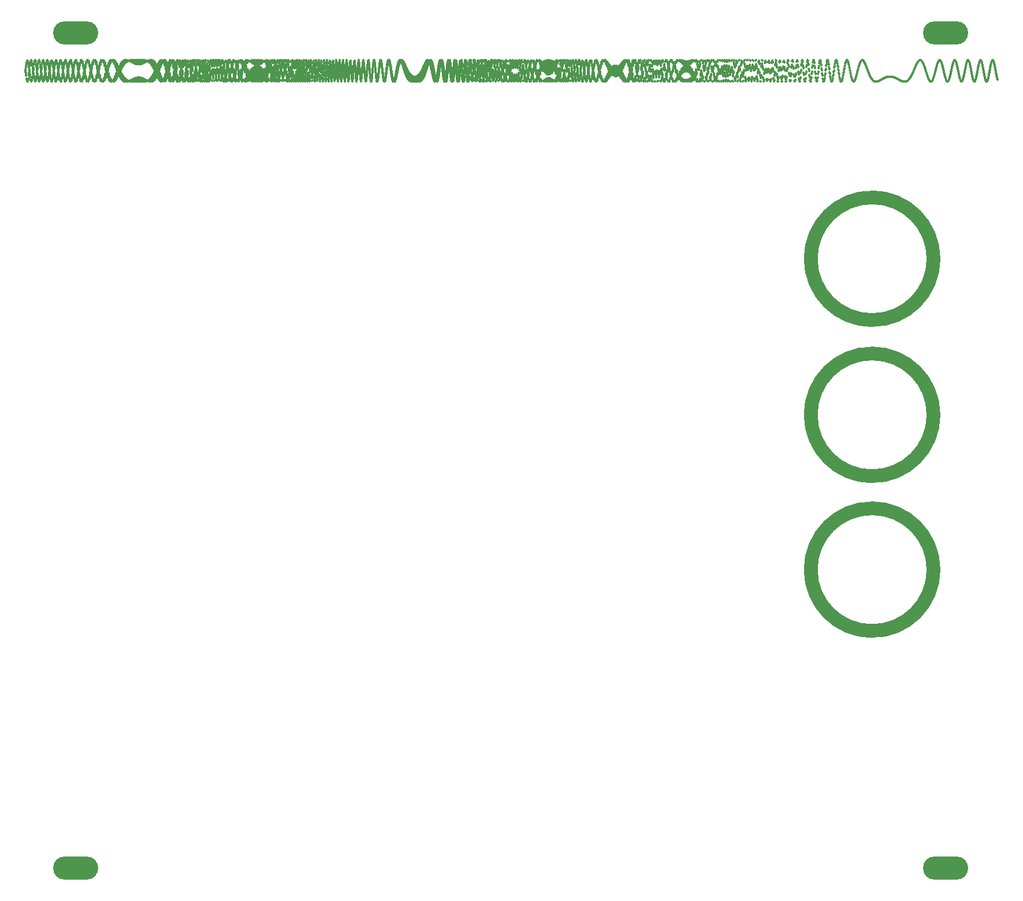
<source format=gts>
G04 Layer: TopSolderMaskLayer*
G04 EasyEDA v6.5.29, 2023-07-18 11:19:17*
G04 5f2044cace3448bf888c74a195837e88,5a6b42c53f6a479593ecc07194224c93,10*
G04 Gerber Generator version 0.2*
G04 Scale: 100 percent, Rotated: No, Reflected: No *
G04 Dimensions in millimeters *
G04 leading zeros omitted , absolute positions ,4 integer and 5 decimal *
%FSLAX45Y45*%
%MOMM*%

%ADD10C,0.3556*%
%ADD11O,6.6032126X3.4031936000000003*%
%ADD12C,2.0000*%

%LPD*%
D10*
X14240929Y11912798D02*
G01*
X14249400Y11880781D01*
X14232470Y11953316D02*
G01*
X14240929Y11912272D01*
X14224000Y11999274D02*
G01*
X14232470Y11952937D01*
X14215529Y12046582D02*
G01*
X14224000Y11999137D01*
X14207070Y12091019D02*
G01*
X14215529Y12046706D01*
X14198600Y12128616D02*
G01*
X14207070Y12091367D01*
X14190129Y12156020D02*
G01*
X14198600Y12129076D01*
X14181670Y12170760D02*
G01*
X14190129Y12156437D01*
X14173200Y12171530D02*
G01*
X14181670Y12170953D01*
X14164729Y12158245D02*
G01*
X14173200Y12171332D01*
X14156270Y12132096D02*
G01*
X14164729Y12157522D01*
X14147800Y12095416D02*
G01*
X14156270Y12130780D01*
X14139329Y12051494D02*
G01*
X14147800Y12093524D01*
X14130870Y12004253D02*
G01*
X14139329Y12049119D01*
X14122400Y11957905D02*
G01*
X14130870Y12001581D01*
X14113929Y11916592D02*
G01*
X14122400Y11955190D01*
X14105470Y11883994D02*
G01*
X14113929Y11914131D01*
X14097000Y11863003D02*
G01*
X14105470Y11882089D01*
X14088529Y11855455D02*
G01*
X14097000Y11861942D01*
X14080070Y11862015D02*
G01*
X14088529Y11855462D01*
X14071600Y11882071D02*
G01*
X14080070Y11863227D01*
X14063129Y11913816D02*
G01*
X14071600Y11884489D01*
X14054670Y11954408D02*
G01*
X14063129Y11917337D01*
X14046200Y12000247D02*
G01*
X14054670Y11958797D01*
X14037729Y12047270D02*
G01*
X14046200Y12005152D01*
X14029270Y12091342D02*
G01*
X14037729Y12052269D01*
X14020800Y12128599D02*
G01*
X14029270Y12095962D01*
X14012329Y12155797D02*
G01*
X14020800Y12132368D01*
X14003870Y12170592D02*
G01*
X14012329Y12158296D01*
X13995400Y12171740D02*
G01*
X14003870Y12171499D01*
X13986929Y12159190D02*
G01*
X13995400Y12170867D01*
X13978470Y12134093D02*
G01*
X13986929Y12156503D01*
X13970000Y12098672D02*
G01*
X13978470Y12129734D01*
X13961529Y12056021D02*
G01*
X13970000Y12092937D01*
X13953070Y12009846D02*
G01*
X13961529Y12049361D01*
X13944600Y11964118D02*
G01*
X13953070Y12002815D01*
X13936129Y11922744D02*
G01*
X13944600Y11957329D01*
X13927670Y11889214D02*
G01*
X13936129Y11916811D01*
X13919200Y11866338D02*
G01*
X13927670Y11884700D01*
X13910729Y11855970D02*
G01*
X13919200Y11863704D01*
X13902270Y11858922D02*
G01*
X13910729Y11855531D01*
X13893800Y11874865D02*
G01*
X13902270Y11860794D01*
X13885329Y11902381D02*
G01*
X13893800Y11878978D01*
X13876870Y11939109D02*
G01*
X13885329Y11908457D01*
X13868400Y11981954D02*
G01*
X13876870Y11946699D01*
X13859929Y12027347D02*
G01*
X13868400Y11990468D01*
X13851470Y12071560D02*
G01*
X13859929Y12036089D01*
X13843000Y12110994D02*
G01*
X13851470Y12079803D01*
X13834529Y12142495D02*
G01*
X13843000Y12118025D01*
X13826070Y12163579D02*
G01*
X13834529Y12147704D01*
X13817600Y12172652D02*
G01*
X13826070Y12166483D01*
X13809129Y12169073D02*
G01*
X13817600Y12172950D01*
X13800670Y12153249D02*
G01*
X13809129Y12166686D01*
X13792200Y12126528D02*
G01*
X13800670Y12148299D01*
X13783729Y12091101D02*
G01*
X13792200Y12119358D01*
X13775270Y12049800D02*
G01*
X13783729Y12082238D01*
X13766800Y12005884D02*
G01*
X13775270Y12039917D01*
X13758329Y11962749D02*
G01*
X13766800Y11995739D01*
X13749870Y11923674D02*
G01*
X13758329Y11953125D01*
X13741400Y11891591D02*
G01*
X13749870Y11915335D01*
X13732929Y11868825D02*
G01*
X13741400Y11885190D01*
X13724470Y11856994D02*
G01*
X13732929Y11864893D01*
X13716000Y11856852D02*
G01*
X13724470Y11855866D01*
X13707529Y11868274D02*
G01*
X13716000Y11858642D01*
X13699070Y11890301D02*
G01*
X13707529Y11872899D01*
X13690600Y11921200D02*
G01*
X13699070Y11897443D01*
X13682129Y11958662D02*
G01*
X13690600Y11930379D01*
X13673670Y11999917D02*
G01*
X13682129Y11969221D01*
X13665200Y12042018D02*
G01*
X13673670Y12011118D01*
X13656729Y12081984D02*
G01*
X13665200Y12053049D01*
X13648270Y12117077D02*
G01*
X13656729Y12092081D01*
X13639800Y12144946D02*
G01*
X13648270Y12125510D01*
X13631329Y12163778D02*
G01*
X13639800Y12151116D01*
X13622870Y12172421D02*
G01*
X13631329Y12167250D01*
X13614400Y12170450D02*
G01*
X13622870Y12172944D01*
X13605929Y12158146D02*
G01*
X13614400Y12167971D01*
X13597470Y12136467D02*
G01*
X13605929Y12152807D01*
X13589000Y12106963D02*
G01*
X13597470Y12128616D01*
X13580529Y12071647D02*
G01*
X13589000Y12097103D01*
X13572070Y12032871D02*
G01*
X13580529Y12060417D01*
X13563600Y11993123D02*
G01*
X13572070Y12020984D01*
X13555129Y11954903D02*
G01*
X13563600Y11981334D01*
X13546670Y11920537D02*
G01*
X13555129Y11943946D01*
X13538200Y11892061D02*
G01*
X13546670Y11911093D01*
X13529729Y11871083D02*
G01*
X13538200Y11884708D01*
X13521270Y11858731D02*
G01*
X13529729Y11866265D01*
X13512800Y11855566D02*
G01*
X13521270Y11856732D01*
X13504329Y11861619D02*
G01*
X13512800Y11856504D01*
X13495870Y11876366D02*
G01*
X13504329Y11865422D01*
X13487400Y11898802D02*
G01*
X13495870Y11882808D01*
X13478929Y11927532D02*
G01*
X13487400Y11907514D01*
X13470470Y11960844D02*
G01*
X13478929Y11938005D01*
X13462000Y11996823D02*
G01*
X13470470Y11972490D01*
X13453529Y12033491D02*
G01*
X13462000Y12009015D01*
X13445070Y12068893D02*
G01*
X13453529Y12045558D01*
X13436600Y12101189D02*
G01*
X13445070Y12080191D01*
X13428129Y12128797D02*
G01*
X13436600Y12111144D01*
X13419670Y12150402D02*
G01*
X13428129Y12136897D01*
X13411200Y12165073D02*
G01*
X13419670Y12156262D01*
X13402729Y12172236D02*
G01*
X13411200Y12168416D01*
X13394270Y12171715D02*
G01*
X13402729Y12172924D01*
X13385800Y12163722D02*
G01*
X13394270Y12169744D01*
X13377329Y12148809D02*
G01*
X13385800Y12159213D01*
X13368870Y12127829D02*
G01*
X13377329Y12142000D01*
X13360400Y12101896D02*
G01*
X13368870Y12119074D01*
X13351929Y12072292D02*
G01*
X13360400Y12091609D01*
X13343470Y12040405D02*
G01*
X13351929Y12060951D01*
X13335000Y12007682D02*
G01*
X13343470Y12028530D01*
X13326529Y11975536D02*
G01*
X13335000Y11995782D01*
X13318070Y11945279D02*
G01*
X13326529Y11964113D01*
X13309600Y11918094D02*
G01*
X13318070Y11934799D01*
X13301129Y11894995D02*
G01*
X13309600Y11908972D01*
X13292670Y11876763D02*
G01*
X13301129Y11887565D01*
X13284200Y11863964D02*
G01*
X13292670Y11871281D01*
X13275729Y11856913D02*
G01*
X13284200Y11860603D01*
X13267270Y11855691D02*
G01*
X13275729Y11855759D01*
X13258800Y11860174D02*
G01*
X13267270Y11856745D01*
X13250329Y11870009D02*
G01*
X13258800Y11863344D01*
X13241870Y11884682D02*
G01*
X13250329Y11875137D01*
X13233400Y11903534D02*
G01*
X13241870Y11891545D01*
X13224929Y11925795D02*
G01*
X13233400Y11911868D01*
X13216470Y11950626D02*
G01*
X13224929Y11935284D01*
X13208000Y11977149D02*
G01*
X13216470Y11960931D01*
X13199529Y12004469D02*
G01*
X13208000Y11987926D01*
X13191070Y12031743D02*
G01*
X13199529Y12015378D01*
X13182600Y12058159D02*
G01*
X13191070Y12042457D01*
X13174129Y12082995D02*
G01*
X13182600Y12068368D01*
X13165670Y12105604D02*
G01*
X13174129Y12092421D01*
X13157200Y12125467D02*
G01*
X13165670Y12114014D01*
X13148729Y12142155D02*
G01*
X13157200Y12132668D01*
X13140270Y12155380D02*
G01*
X13148729Y12148002D01*
X13131800Y12164956D02*
G01*
X13140270Y12159767D01*
X13123329Y12170798D02*
G01*
X13131800Y12167821D01*
X13114870Y12172937D02*
G01*
X13123329Y12172124D01*
X13106400Y12171492D02*
G01*
X13114870Y12172756D01*
X13097929Y12166668D02*
G01*
X13106400Y12169874D01*
X13089470Y12158731D02*
G01*
X13097929Y12163691D01*
X13081000Y12147997D02*
G01*
X13089470Y12154519D01*
X13072529Y12134832D02*
G01*
X13081000Y12142693D01*
X13064070Y12119620D02*
G01*
X13072529Y12128593D01*
X13055600Y12102764D02*
G01*
X13064070Y12112607D01*
X13047129Y12084669D02*
G01*
X13055600Y12095144D01*
X13038670Y12065731D02*
G01*
X13047129Y12076607D01*
X13030200Y12046328D02*
G01*
X13038670Y12057390D01*
X13021729Y12026813D02*
G01*
X13030200Y12037870D01*
X13013270Y12007522D02*
G01*
X13021729Y12018380D01*
X13004800Y11988731D02*
G01*
X13013270Y11999236D01*
X12996329Y11970699D02*
G01*
X13004800Y11980720D01*
X12987870Y11953638D02*
G01*
X12996329Y11963064D01*
X12979400Y11937738D02*
G01*
X12987870Y11946470D01*
X12970929Y11923130D02*
G01*
X12979400Y11931103D01*
X12962470Y11909907D02*
G01*
X12970929Y11917078D01*
X12954000Y11898144D02*
G01*
X12962470Y11904482D01*
X12945529Y11887883D02*
G01*
X12954000Y11893369D01*
X12937070Y11879112D02*
G01*
X12945529Y11883758D01*
X12928600Y11871827D02*
G01*
X12937070Y11875653D01*
X12920129Y11865973D02*
G01*
X12928600Y11869005D01*
X12911670Y11861495D02*
G01*
X12920129Y11863778D01*
X12903200Y11858320D02*
G01*
X12911670Y11859895D01*
X12894729Y11856354D02*
G01*
X12903200Y11857278D01*
X12886270Y11855505D02*
G01*
X12894729Y11855833D01*
X12877800Y11855660D02*
G01*
X12886270Y11855455D01*
X12869329Y11856720D02*
G01*
X12877800Y11856044D01*
X12860870Y11858574D02*
G01*
X12869329Y11857484D01*
X12852400Y11861111D02*
G01*
X12860870Y11859666D01*
X12843929Y11864230D02*
G01*
X12852400Y11862488D01*
X12835470Y11867814D02*
G01*
X12843929Y11865843D01*
X12827000Y11871784D02*
G01*
X12835470Y11869625D01*
X12818529Y11876031D02*
G01*
X12827000Y11873737D01*
X12810070Y11880471D02*
G01*
X12818529Y11878091D01*
X12801600Y11885023D02*
G01*
X12810070Y11882597D01*
X12793129Y11889618D02*
G01*
X12801600Y11887187D01*
X12784670Y11894182D02*
G01*
X12793129Y11891777D01*
X12776200Y11898647D02*
G01*
X12784670Y11896303D01*
X12767729Y11902968D02*
G01*
X12776200Y11900712D01*
X12759270Y11907093D02*
G01*
X12767729Y11904946D01*
X12750800Y11910974D02*
G01*
X12759270Y11908965D01*
X12742329Y11914578D02*
G01*
X12750800Y11912716D01*
X12733870Y11917865D02*
G01*
X12742329Y11916171D01*
X12725400Y11920809D02*
G01*
X12733870Y11919297D01*
X12716929Y11923384D02*
G01*
X12725400Y11922069D01*
X12708470Y11925566D02*
G01*
X12716929Y11924456D01*
X12700000Y11927347D02*
G01*
X12708470Y11926448D01*
X12691529Y11928703D02*
G01*
X12700000Y11928015D01*
X12683070Y11929628D02*
G01*
X12691529Y11929163D01*
X12674600Y11930118D02*
G01*
X12683070Y11929869D01*
X12666129Y11930156D02*
G01*
X12674600Y11930136D01*
X12657670Y11929745D02*
G01*
X12666129Y11929950D01*
X12649200Y11928891D02*
G01*
X12657670Y11929318D01*
X12640729Y11927588D02*
G01*
X12649200Y11928233D01*
X12632270Y11925846D02*
G01*
X12640729Y11926707D01*
X12623800Y11923674D02*
G01*
X12632270Y11924748D01*
X12615329Y11921096D02*
G01*
X12623800Y11922366D01*
X12606870Y11918106D02*
G01*
X12615329Y11919569D01*
X12598400Y11914751D02*
G01*
X12606870Y11916394D01*
X12589929Y11911050D02*
G01*
X12598400Y11912854D01*
X12581470Y11907024D02*
G01*
X12589929Y11908977D01*
X12573000Y11902734D02*
G01*
X12581470Y11904804D01*
X12564529Y11898213D02*
G01*
X12573000Y11900382D01*
X12556070Y11893519D02*
G01*
X12564529Y11895764D01*
X12547600Y11888713D02*
G01*
X12556070Y11891002D01*
X12539129Y11883875D02*
G01*
X12547600Y11886163D01*
X12530670Y11879082D02*
G01*
X12539129Y11881340D01*
X12522200Y11874426D02*
G01*
X12530670Y11876603D01*
X12513729Y11870004D02*
G01*
X12522200Y11872056D01*
X12505270Y11865942D02*
G01*
X12513729Y11867802D01*
X12496800Y11862351D02*
G01*
X12505270Y11863969D01*
X12488329Y11859369D02*
G01*
X12496800Y11860684D01*
X12479870Y11857131D02*
G01*
X12488329Y11858078D01*
X12471400Y11855785D02*
G01*
X12479870Y11856293D01*
X12462929Y11855480D02*
G01*
X12471400Y11855480D01*
X12454470Y11856366D02*
G01*
X12462929Y11855797D01*
X12446000Y11858607D02*
G01*
X12454470Y11857390D01*
X12437529Y11862328D02*
G01*
X12446000Y11860410D01*
X12429070Y11867672D02*
G01*
X12437529Y11864987D01*
X12420600Y11874754D02*
G01*
X12429070Y11871264D01*
X12412129Y11883664D02*
G01*
X12420600Y11879331D01*
X12403670Y11894479D02*
G01*
X12412129Y11889270D01*
X12395200Y11907217D02*
G01*
X12403670Y11901134D01*
X12386729Y11921870D02*
G01*
X12395200Y11914931D01*
X12378270Y11938365D02*
G01*
X12386729Y11930608D01*
X12369800Y11956572D02*
G01*
X12378270Y11948076D01*
X12361329Y11976315D02*
G01*
X12369800Y11967164D01*
X12352870Y11997319D02*
G01*
X12361329Y11987659D01*
X12344400Y12019259D02*
G01*
X12352870Y12009239D01*
X12335929Y12041733D02*
G01*
X12344400Y12031550D01*
X12327470Y12064243D02*
G01*
X12335929Y12054123D01*
X12319000Y12086252D02*
G01*
X12327470Y12076452D01*
X12310529Y12107156D02*
G01*
X12319000Y12097953D01*
X12302070Y12126297D02*
G01*
X12310529Y12117989D01*
X12293600Y12143011D02*
G01*
X12302070Y12135891D01*
X12285129Y12156615D02*
G01*
X12293600Y12150979D01*
X12276670Y12166462D02*
G01*
X12285129Y12162586D01*
X12268200Y12171951D02*
G01*
X12276670Y12170092D01*
X12259729Y12172596D02*
G01*
X12268200Y12172937D01*
X12251270Y12168007D02*
G01*
X12259729Y12170699D01*
X12242800Y12158004D02*
G01*
X12251270Y12163089D01*
X12234329Y12142581D02*
G01*
X12242800Y12150023D01*
X12225870Y12121977D02*
G01*
X12234329Y12131631D01*
X12217400Y12096689D02*
G01*
X12225870Y12108296D01*
X12208929Y12067486D02*
G01*
X12217400Y12080669D01*
X12200470Y12035401D02*
G01*
X12208929Y12049671D01*
X12192000Y12001723D02*
G01*
X12200470Y12016480D01*
X12183529Y11967956D02*
G01*
X12192000Y11982531D01*
X12175070Y11935767D02*
G01*
X12183529Y11949409D01*
X12166600Y11906895D02*
G01*
X12175070Y11918856D01*
X12158129Y11883064D02*
G01*
X12166600Y11892620D01*
X12149670Y11865879D02*
G01*
X12158129Y11872366D01*
X12141200Y11856709D02*
G01*
X12149670Y11859592D01*
X12132729Y11856534D02*
G01*
X12141200Y11855462D01*
X12124270Y11865861D02*
G01*
X12132729Y11860702D01*
X12115800Y11884619D02*
G01*
X12124270Y11875493D01*
X12107329Y11912079D02*
G01*
X12115800Y11899392D01*
X12098870Y11946841D02*
G01*
X12107329Y11931296D01*
X12090400Y11986846D02*
G01*
X12098870Y11969396D01*
X12081929Y12029473D02*
G01*
X12090400Y12011304D01*
X12073470Y12071659D02*
G01*
X12081929Y12054103D01*
X12065000Y12110125D02*
G01*
X12073470Y12094580D01*
X12056529Y12141634D02*
G01*
X12065000Y12129429D01*
X12048070Y12163252D02*
G01*
X12056529Y12155548D01*
X12039600Y12172670D02*
G01*
X12048070Y12170321D01*
X12031129Y12168497D02*
G01*
X12039600Y12171939D01*
X12022670Y12150470D02*
G01*
X12031129Y12159635D01*
X12014200Y12119620D02*
G01*
X12022670Y12133894D01*
X12005729Y12078319D02*
G01*
X12014200Y12096534D01*
X11997270Y12030156D02*
G01*
X12005729Y12050669D01*
X11988800Y11979696D02*
G01*
X11997270Y12000514D01*
X11980329Y11932097D02*
G01*
X11988800Y11951053D01*
X11971870Y11892594D02*
G01*
X11980329Y11907565D01*
X11963400Y11865874D02*
G01*
X11971870Y11875046D01*
X11954929Y11855505D02*
G01*
X11963400Y11857614D01*
X11946470Y11863382D02*
G01*
X11954929Y11857911D01*
X11938000Y11889315D02*
G01*
X11946470Y11876646D01*
X11929529Y11930862D02*
G01*
X11938000Y11912295D01*
X11921070Y11983417D02*
G01*
X11929529Y11961093D01*
X11912600Y12040615D02*
G01*
X11921070Y12017301D01*
X11904129Y12095045D02*
G01*
X11912600Y12073823D01*
X11895670Y12139165D02*
G01*
X11904129Y12123023D01*
X11887200Y12166419D02*
G01*
X11895670Y12157806D01*
X11878729Y12172248D02*
G01*
X11887200Y12172657D01*
X11870270Y12154984D02*
G01*
X11878729Y12164664D01*
X11861800Y12116358D02*
G01*
X11870270Y12134156D01*
X11853329Y12061532D02*
G01*
X11861800Y12084954D01*
X11844870Y11998604D02*
G01*
X11853329Y12024095D01*
X11836400Y11937461D02*
G01*
X11844870Y11960943D01*
X11827929Y11888322D02*
G01*
X11836400Y11905815D01*
X11819470Y11859971D02*
G01*
X11827929Y11868287D01*
X11811000Y11858066D02*
G01*
X11819470Y11855467D01*
X11802529Y11883887D02*
G01*
X11811000Y11870494D01*
X11794070Y11933684D02*
G01*
X11802529Y11911614D01*
X11785600Y11999000D02*
G01*
X11794070Y11972129D01*
X11777129Y12067913D02*
G01*
X11785600Y12041248D01*
X11768670Y12127118D02*
G01*
X11777129Y12105883D01*
X11760200Y12164474D02*
G01*
X11768670Y12153094D01*
X11751729Y12171654D02*
G01*
X11760200Y12172744D01*
X11743270Y12146168D02*
G01*
X11751729Y12159866D01*
X11734800Y12092383D02*
G01*
X11743270Y12116122D01*
X11726329Y12021078D02*
G01*
X11734800Y12049950D01*
X11717870Y11947530D02*
G01*
X11726329Y11975238D01*
X11709400Y11888348D02*
G01*
X11717870Y11908538D01*
X11700929Y11857695D02*
G01*
X11709400Y11865465D01*
X11692470Y11863704D02*
G01*
X11700929Y11856864D01*
X11684000Y11906056D02*
G01*
X11692470Y11885874D01*
X11675529Y11975437D02*
G01*
X11684000Y11946539D01*
X11667070Y12055203D02*
G01*
X11675529Y12024667D01*
X11658600Y12125218D02*
G01*
X11667070Y12100874D01*
X11650129Y12166861D02*
G01*
X11658600Y12155271D01*
X11641670Y12168174D02*
G01*
X11650129Y12172782D01*
X11633200Y12127631D02*
G01*
X11641670Y12147588D01*
X11624729Y12055251D02*
G01*
X11633200Y12085388D01*
X11616270Y11970623D02*
G01*
X11624729Y12002615D01*
X11607800Y11897796D02*
G01*
X11616270Y11922429D01*
X11599329Y11858531D02*
G01*
X11607800Y11868335D01*
X11590870Y11865533D02*
G01*
X11599329Y11857192D01*
X11582400Y11917956D02*
G01*
X11590870Y11893593D01*
X11573929Y12000750D02*
G01*
X11582400Y11967585D01*
X11565470Y12088502D02*
G01*
X11573929Y12056889D01*
X11557000Y12153031D02*
G01*
X11565470Y12133249D01*
X11548529Y12172485D02*
G01*
X11557000Y12171362D01*
X11540070Y12139160D02*
G01*
X11548529Y12157496D01*
X11531600Y12062995D02*
G01*
X11540070Y12094969D01*
X11523129Y11969297D02*
G01*
X11531600Y12004080D01*
X11514670Y11890697D02*
G01*
X11523129Y11916011D01*
X11506200Y11855828D02*
G01*
X11514670Y11862320D01*
X11497729Y11878579D02*
G01*
X11506200Y11863448D01*
X11489270Y11951959D02*
G01*
X11497729Y11920369D01*
X11480800Y12049452D02*
G01*
X11489270Y12013064D01*
X11472329Y12134131D02*
G01*
X11480800Y12106912D01*
X11463870Y12172485D02*
G01*
X11472329Y12165347D01*
X11455400Y12148096D02*
G01*
X11463870Y12164324D01*
X11446929Y12069290D02*
G01*
X11455400Y12102782D01*
X11438470Y11967220D02*
G01*
X11446929Y12004481D01*
X11430000Y11884068D02*
G01*
X11438470Y11909506D01*
X11421529Y11855704D02*
G01*
X11430000Y11858190D01*
X11413070Y11895701D02*
G01*
X11421529Y11873687D01*
X11404600Y11988098D02*
G01*
X11413070Y11950799D01*
X11396129Y12092812D02*
G01*
X11404600Y12056666D01*
X11387670Y12162556D02*
G01*
X11396129Y12144070D01*
X11379200Y12164341D02*
G01*
X11387670Y12172434D01*
X11370729Y12095756D02*
G01*
X11379200Y12127153D01*
X11362270Y11987875D02*
G01*
X11370729Y12028009D01*
X11353800Y11891992D02*
G01*
X11362270Y11921548D01*
X11345329Y11855500D02*
G01*
X11353800Y11859684D01*
X11336870Y11897934D02*
G01*
X11345329Y11874164D01*
X11328400Y11999534D02*
G01*
X11336870Y11959369D01*
X11319929Y12109343D02*
G01*
X11328400Y12073216D01*
X11311470Y12170178D02*
G01*
X11319929Y12157113D01*
X11303000Y12148728D02*
G01*
X11311470Y12166104D01*
X11294529Y12054756D02*
G01*
X11303000Y12093755D01*
X11286070Y11938055D02*
G01*
X11294529Y11977687D01*
X11277600Y11862823D02*
G01*
X11286070Y11881048D01*
X11269129Y11872262D02*
G01*
X11277600Y11858396D01*
X11260670Y11962749D02*
G01*
X11269129Y11924159D01*
X11252200Y12083572D02*
G01*
X11260670Y12042246D01*
X11243729Y12164367D02*
G01*
X11252200Y12144636D01*
X11235270Y12156175D02*
G01*
X11243729Y12170209D01*
X11226800Y12062134D02*
G01*
X11235270Y12102015D01*
X11218329Y11938167D02*
G01*
X11226800Y11979795D01*
X11209870Y11860750D02*
G01*
X11218329Y11878183D01*
X11201400Y11879615D02*
G01*
X11209870Y11861408D01*
X11192929Y11984609D02*
G01*
X11201400Y11941832D01*
X11184470Y12109356D02*
G01*
X11192929Y12069434D01*
X11176000Y12172287D02*
G01*
X11184470Y12161583D01*
X11167529Y12130272D02*
G01*
X11176000Y12156437D01*
X11159070Y12009678D02*
G01*
X11167529Y12055581D01*
X11150600Y11891528D02*
G01*
X11159070Y11925970D01*
X11142129Y11857819D02*
G01*
X11150600Y11856633D01*
X11133670Y11933826D02*
G01*
X11142129Y11897283D01*
X11125200Y12067456D02*
G01*
X11133670Y12021113D01*
X11116729Y12163351D02*
G01*
X11125200Y12140610D01*
X11108270Y12150699D02*
G01*
X11116729Y12168621D01*
X11099800Y12036897D02*
G01*
X11108270Y12082790D01*
X11091329Y11905493D02*
G01*
X11099800Y11945244D01*
X11082870Y11856051D02*
G01*
X11091329Y11859244D01*
X11074400Y11928096D02*
G01*
X11082870Y11891708D01*
X11065929Y12067603D02*
G01*
X11074400Y12019508D01*
X11057470Y12165619D02*
G01*
X11065929Y12143742D01*
X11049000Y12143049D02*
G01*
X11057470Y12165335D01*
X11040529Y12016071D02*
G01*
X11049000Y12065073D01*
X11032070Y11886976D02*
G01*
X11040529Y11922782D01*
X11023600Y11862854D02*
G01*
X11032070Y11855462D01*
X11015129Y11965757D02*
G01*
X11023600Y11920766D01*
X11006670Y12110311D02*
G01*
X11015129Y12065576D01*
X10998200Y12172782D02*
G01*
X11006670Y12166935D01*
X10989729Y12097377D02*
G01*
X10998200Y12136084D01*
X10981270Y11948312D02*
G01*
X10989729Y11997954D01*
X10972800Y11857403D02*
G01*
X10981270Y11873687D01*
X10964329Y11907682D02*
G01*
X10972800Y11875394D01*
X10955870Y12055487D02*
G01*
X10964329Y12003559D01*
X10947400Y12165738D02*
G01*
X10955870Y12142061D01*
X10938929Y12134707D02*
G01*
X10947400Y12161888D01*
X10930470Y11989539D02*
G01*
X10938929Y12042452D01*
X10922000Y11867393D02*
G01*
X10930470Y11895576D01*
X10913529Y11886907D02*
G01*
X10922000Y11862648D01*
X10905070Y12031146D02*
G01*
X10913529Y11977601D01*
X10896600Y12159152D02*
G01*
X10905070Y12129137D01*
X10888129Y12142439D02*
G01*
X10896600Y12166432D01*
X10879670Y11995764D02*
G01*
X10888129Y12050067D01*
X10871200Y11867431D02*
G01*
X10879670Y11896638D01*
X10862729Y11890654D02*
G01*
X10871200Y11864093D01*
X10854270Y12043346D02*
G01*
X10862729Y11988223D01*
X10845800Y12165713D02*
G01*
X10854270Y12140227D01*
X10837329Y12126323D02*
G01*
X10845800Y12158202D01*
X10828870Y11965470D02*
G01*
X10837329Y12020816D01*
X10820400Y11857372D02*
G01*
X10828870Y11875747D01*
X10811929Y11922310D02*
G01*
X10820400Y11882884D01*
X10803470Y12090145D02*
G01*
X10811929Y12036425D01*
X10795000Y12172744D02*
G01*
X10803470Y12165421D01*
X10786529Y12074641D02*
G01*
X10795000Y12122652D01*
X10778070Y11906516D02*
G01*
X10786529Y11954954D01*
X10769600Y11863382D02*
G01*
X10778070Y11855622D01*
X10761129Y11997735D02*
G01*
X10769600Y11942297D01*
X10752670Y12152083D02*
G01*
X10761129Y12114583D01*
X10744200Y12141118D02*
G01*
X10752670Y12166978D01*
X10735729Y11975983D02*
G01*
X10744200Y12034410D01*
X10727270Y11857261D02*
G01*
X10735729Y11876719D01*
X10718800Y11932716D02*
G01*
X10727270Y11888589D01*
X10710329Y12110379D02*
G01*
X10718800Y12057372D01*
X10701870Y12166909D02*
G01*
X10710329Y12172149D01*
X10693400Y12028568D02*
G01*
X10701870Y12085972D01*
X10684929Y11871337D02*
G01*
X10693400Y11907210D01*
X10676470Y11899775D02*
G01*
X10684929Y11867027D01*
X10668000Y12078779D02*
G01*
X10676470Y12019887D01*
X10659529Y12172459D02*
G01*
X10668000Y12165589D01*
X10651070Y12054141D02*
G01*
X10659529Y12109071D01*
X10642600Y11881469D02*
G01*
X10651070Y11924250D01*
X10634129Y11889828D02*
G01*
X10642600Y11861688D01*
X10625670Y12069831D02*
G01*
X10634129Y12008998D01*
X10617200Y12172734D02*
G01*
X10625670Y12163859D01*
X10608729Y12052932D02*
G01*
X10617200Y12109046D01*
X10600270Y11877903D02*
G01*
X10608729Y11919767D01*
X10591800Y11897779D02*
G01*
X10600270Y11865104D01*
X10583329Y12086028D02*
G01*
X10591800Y12025472D01*
X10574870Y12169830D02*
G01*
X10583329Y12169736D01*
X10566400Y12024598D02*
G01*
X10574870Y12085680D01*
X10557929Y11863641D02*
G01*
X10566400Y11895447D01*
X10549470Y11928170D02*
G01*
X10557929Y11882597D01*
X10541000Y12122988D02*
G01*
X10549470Y12068467D01*
X10532529Y12152050D02*
G01*
X10541000Y12171964D01*
X10524070Y11968825D02*
G01*
X10532529Y12033095D01*
X10515600Y11855815D02*
G01*
X10524070Y11864690D01*
X10507129Y11990933D02*
G01*
X10515600Y11929968D01*
X10498670Y12163054D02*
G01*
X10507129Y12128306D01*
X10490200Y12097966D02*
G01*
X10498670Y12145243D01*
X10481729Y11898002D02*
G01*
X10490200Y11951723D01*
X10473270Y11886356D02*
G01*
X10481729Y11859153D01*
X10464800Y12083963D02*
G01*
X10473270Y12019793D01*
X10456329Y12166655D02*
G01*
X10464800Y12171423D01*
X10447870Y11995622D02*
G01*
X10456329Y12061949D01*
X10439400Y11855579D02*
G01*
X10447870Y11872318D01*
X10430929Y11983925D02*
G01*
X10439400Y11922262D01*
X10422470Y12164087D02*
G01*
X10430929Y12128934D01*
X10414000Y12086437D02*
G01*
X10422470Y12138675D01*
X10405529Y11883349D02*
G01*
X10414000Y11932772D01*
X10397070Y11909021D02*
G01*
X10405529Y11868906D01*
X10388600Y12120245D02*
G01*
X10397070Y12060839D01*
X10380129Y12143066D02*
G01*
X10388600Y12170128D01*
X10371670Y11934911D02*
G01*
X10380129Y12000458D01*
X10363200Y11869874D02*
G01*
X10371670Y11855455D01*
X10354729Y12067654D02*
G01*
X10363200Y11999000D01*
X10346270Y12167430D02*
G01*
X10354729Y12170488D01*
X10337800Y11983765D02*
G01*
X10346270Y12053384D01*
X10329329Y11856758D02*
G01*
X10337800Y11863275D01*
X10320870Y12025541D02*
G01*
X10329329Y11956232D01*
X10312400Y12172911D02*
G01*
X10320870Y12158822D01*
X10303929Y12017481D02*
G01*
X10312400Y12085947D01*
X10295470Y11855698D02*
G01*
X10303929Y11875305D01*
X10287000Y12000953D02*
G01*
X10295470Y11933293D01*
X10278529Y12172094D02*
G01*
X10287000Y12148977D01*
X10270070Y12032734D02*
G01*
X10278529Y12100036D01*
X10261600Y11856646D02*
G01*
X10270070Y11881276D01*
X10253129Y11995033D02*
G01*
X10261600Y11927433D01*
X10244670Y12171956D02*
G01*
X10253129Y12147798D01*
X10236200Y12029335D02*
G01*
X10244670Y12097941D01*
X10227729Y11855858D02*
G01*
X10236200Y11877489D01*
X10219270Y12007806D02*
G01*
X10227729Y11937616D01*
X10210800Y12172950D02*
G01*
X10219270Y12156008D01*
X10202329Y12007118D02*
G01*
X10210800Y12079145D01*
X10193870Y11856212D02*
G01*
X10202329Y11866153D01*
X10185400Y12039389D02*
G01*
X10193870Y11965818D01*
X10176929Y12168845D02*
G01*
X10185400Y12168299D01*
X10168470Y11966686D02*
G01*
X10176929Y12040748D01*
X10160000Y11867220D02*
G01*
X10168470Y11856039D01*
X10151529Y12087298D02*
G01*
X10160000Y12014776D01*
X10143070Y12147240D02*
G01*
X10151529Y12172144D01*
X10134600Y11913989D02*
G01*
X10143070Y11981830D01*
X10126129Y11903229D02*
G01*
X10134600Y11863382D01*
X10117670Y12140300D02*
G01*
X10126129Y12081408D01*
X10109200Y12093648D02*
G01*
X10117670Y12148324D01*
X10100729Y11867245D02*
G01*
X10109200Y11912023D01*
X10092270Y11975845D02*
G01*
X10100729Y11908431D01*
X10083800Y12172266D02*
G01*
X10092270Y12147059D01*
X10075329Y12003659D02*
G01*
X10083800Y12079163D01*
X10066870Y11859740D02*
G01*
X10075329Y11860639D01*
X10058400Y12077092D02*
G01*
X10066870Y12000936D01*
X10049929Y12146186D02*
G01*
X10058400Y12172205D01*
X10041470Y11902704D02*
G01*
X10049929Y11969589D01*
X10033000Y11925226D02*
G01*
X10041470Y11873433D01*
X10024529Y12161019D02*
G01*
X10033000Y12114504D01*
X10016070Y12042259D02*
G01*
X10024529Y12113511D01*
X10007600Y11855592D02*
G01*
X10016070Y11871751D01*
X9999129Y12056584D02*
G01*
X10007600Y11977885D01*
X9990670Y12153069D02*
G01*
X9999129Y12172950D01*
X9982200Y11906107D02*
G01*
X9990670Y11975691D01*
X9973729Y11928419D02*
G01*
X9982200Y11874469D01*
X9965270Y12165274D02*
G01*
X9973729Y12122614D01*
X9956800Y12021474D02*
G01*
X9965270Y12097735D01*
X9948329Y11859567D02*
G01*
X9956800Y11861693D01*
X9939870Y12091720D02*
G01*
X9948329Y12014045D01*
X9931400Y12124829D02*
G01*
X9939870Y12166445D01*
X9922929Y11872925D02*
G01*
X9931400Y11926780D01*
X9914470Y11987583D02*
G01*
X9922929Y11913903D01*
X9906000Y12171293D02*
G01*
X9914470Y12162073D01*
X9897529Y11942973D02*
G01*
X9906000Y12022615D01*
X9889070Y11902894D02*
G01*
X9897529Y11861378D01*
X9880600Y12157793D02*
G01*
X9889070Y12105022D01*
X9872129Y12029473D02*
G01*
X9880600Y12106305D01*
X9863670Y11860608D02*
G01*
X9872129Y11861129D01*
X9855200Y12105866D02*
G01*
X9863670Y12028487D01*
X9846729Y12102195D02*
G01*
X9855200Y12156696D01*
X9838270Y11859003D02*
G01*
X9846729Y11896986D01*
X9829800Y12041299D02*
G01*
X9838270Y11958556D01*
X9821329Y12148454D02*
G01*
X9829800Y12172868D01*
X9812870Y11883956D02*
G01*
X9821329Y11948071D01*
X9804400Y11982419D02*
G01*
X9812870Y11907695D01*
X9795929Y12169348D02*
G01*
X9804400Y12164801D01*
X9787470Y11919849D02*
G01*
X9795929Y11998393D01*
X9779000Y11937608D02*
G01*
X9787470Y11877167D01*
X9770529Y12172614D02*
G01*
X9779000Y12144847D01*
X9762070Y11955002D02*
G01*
X9770529Y12039302D01*
X9753600Y11907862D02*
G01*
X9762070Y11862282D01*
X9745129Y12167146D02*
G01*
X9753600Y12123079D01*
X9736670Y11982767D02*
G01*
X9745129Y12068007D01*
X9728200Y11890555D02*
G01*
X9736670Y11856821D01*
X9719729Y12160026D02*
G01*
X9728200Y12106003D01*
X9711270Y12000196D02*
G01*
X9719729Y12084812D01*
X9702800Y11882368D02*
G01*
X9711270Y11855579D01*
X9694329Y12155792D02*
G01*
X9702800Y12097103D01*
X9685870Y12006369D02*
G01*
X9694329Y12090877D01*
X9677400Y11881065D02*
G01*
X9685870Y11855488D01*
X9668929Y12156442D02*
G01*
X9677400Y12097786D01*
X9660470Y12001091D02*
G01*
X9668929Y12086790D01*
X9652000Y11886250D02*
G01*
X9660470Y11855889D01*
X9643529Y12161713D02*
G01*
X9652000Y12107974D01*
X9635070Y11984454D02*
G01*
X9643529Y12072094D01*
X9626600Y11899516D02*
G01*
X9635070Y11858625D01*
X9618129Y12168974D02*
G01*
X9626600Y12126081D01*
X9609670Y11957235D02*
G01*
X9618129Y12045566D01*
X9601200Y11923979D02*
G01*
X9609670Y11867926D01*
X9592729Y12172950D02*
G01*
X9601200Y12148220D01*
X9584270Y11922155D02*
G01*
X9592729Y12006503D01*
X9575800Y11962965D02*
G01*
X9584270Y11889846D01*
X9567329Y12165705D02*
G01*
X9575800Y12167219D01*
X9558870Y11885706D02*
G01*
X9567329Y11956938D01*
X9550400Y12017443D02*
G01*
X9558870Y11930545D01*
X9541929Y12137969D02*
G01*
X9550400Y12172154D01*
X9533470Y11859618D02*
G01*
X9541929Y11904494D01*
X9525000Y12082251D02*
G01*
X9533470Y11992589D01*
X9516529Y12082815D02*
G01*
X9525000Y12150123D01*
X9508070Y11860075D02*
G01*
X9516529Y11864553D01*
X9499600Y12142327D02*
G01*
X9508070Y12069470D01*
X9491129Y12002485D02*
G01*
X9499600Y12091850D01*
X9482670Y11902180D02*
G01*
X9491129Y11858650D01*
X9474200Y12172652D02*
G01*
X9482670Y12140666D01*
X9465729Y11915787D02*
G01*
X9474200Y12001568D01*
X9457270Y11988317D02*
G01*
X9465729Y11905505D01*
X9448800Y12146744D02*
G01*
X9457270Y12172944D01*
X9440329Y11859747D02*
G01*
X9448800Y11906615D01*
X9431870Y12094448D02*
G01*
X9440329Y12003981D01*
X9423400Y12056460D02*
G01*
X9431870Y12135043D01*
X9414929Y11875670D02*
G01*
X9423400Y11856051D01*
X9406470Y12167090D02*
G01*
X9414929Y12116445D01*
X9398000Y11934819D02*
G01*
X9406470Y12026267D01*
X9389529Y11976061D02*
G01*
X9398000Y11895602D01*
X9381070Y12147829D02*
G01*
X9389529Y12172868D01*
X9372600Y11857992D02*
G01*
X9381070Y11901685D01*
X9364129Y12110293D02*
G01*
X9372600Y12021355D01*
X9355670Y12027326D02*
G01*
X9364129Y12115149D01*
X9347200Y11899503D02*
G01*
X9355670Y11857372D01*
X9338729Y12172777D02*
G01*
X9347200Y12148543D01*
X9330270Y11888868D02*
G01*
X9338729Y11967337D01*
X9321800Y12047364D02*
G01*
X9330270Y11952201D01*
X9313329Y12087608D02*
G01*
X9321800Y12155220D01*
X9304870Y11868434D02*
G01*
X9313329Y11858840D01*
X9296400Y12167318D02*
G01*
X9304870Y12115004D01*
X9287929Y11919694D02*
G01*
X9296400Y12010913D01*
X9279470Y12011025D02*
G01*
X9287929Y11919620D01*
X9271000Y12112680D02*
G01*
X9279470Y12166681D01*
X9262529Y11860814D02*
G01*
X9271000Y11865632D01*
X9254070Y12162116D02*
G01*
X9262529Y12100798D01*
X9245600Y11927837D02*
G01*
X9254070Y12021858D01*
X9237129Y12007806D02*
G01*
X9245600Y11916234D01*
X9228670Y12109940D02*
G01*
X9237129Y12165985D01*
X9220200Y11863748D02*
G01*
X9228670Y11862661D01*
X9211729Y12167387D02*
G01*
X9220200Y12113610D01*
X9203270Y11909089D02*
G01*
X9211729Y11999348D01*
X9194800Y12037987D02*
G01*
X9203270Y11940771D01*
X9186329Y12078116D02*
G01*
X9194800Y12151662D01*
X9177870Y11883186D02*
G01*
X9186329Y11855543D01*
X9169400Y12172734D02*
G01*
X9177870Y12146744D01*
X9160929Y11873905D02*
G01*
X9169400Y11945520D01*
X9152470Y12097580D02*
G01*
X9160929Y12000768D01*
X9144000Y12009325D02*
G01*
X9152470Y12104923D01*
X9135529Y11940456D02*
G01*
X9144000Y11871076D01*
X9127070Y12146775D02*
G01*
X9135529Y12172670D01*
X9118600Y11856031D02*
G01*
X9127070Y11879455D01*
X9110129Y12160262D02*
G01*
X9118600Y12093661D01*
X9101670Y11913318D02*
G01*
X9110129Y12007334D01*
X9093200Y12048462D02*
G01*
X9101670Y11948152D01*
X9084729Y12052708D02*
G01*
X9093200Y12137852D01*
X9076270Y11912053D02*
G01*
X9084729Y11859369D01*
X9067800Y12158736D02*
G01*
X9076270Y12168979D01*
X9059329Y11855455D02*
G01*
X9067800Y11889003D01*
X9050870Y12157913D02*
G01*
X9059329Y12087374D01*
X9042400Y11910435D02*
G01*
X9050870Y12004984D01*
X9033929Y12061304D02*
G01*
X9042400Y11959132D01*
X9025470Y12030242D02*
G01*
X9033929Y12123333D01*
X9017000Y11938774D02*
G01*
X9025470Y11869092D01*
X9008529Y12136592D02*
G01*
X9017000Y12172876D01*
X9000070Y11863202D02*
G01*
X9008529Y11864901D01*
X8991600Y12172713D02*
G01*
X9000070Y12133955D01*
X8983129Y11868843D02*
G01*
X8991600Y11938916D01*
X8974670Y12128779D02*
G01*
X8983129Y12036673D01*
X8966200Y11943128D02*
G01*
X8974670Y12045944D01*
X8957729Y12034893D02*
G01*
X8966200Y11933120D01*
X8949270Y12044827D02*
G01*
X8957729Y12134725D01*
X8940800Y11936661D02*
G01*
X8949270Y11867448D01*
X8932329Y12130031D02*
G01*
X8940800Y12172411D01*
X8923870Y11871540D02*
G01*
X8932329Y11859188D01*
X8915400Y12170816D02*
G01*
X8923870Y12152833D01*
X8906929Y11856547D02*
G01*
X8915400Y11902648D01*
X8898470Y12161012D02*
G01*
X8906929Y12091027D01*
X8890000Y11888241D02*
G01*
X8898470Y11976491D01*
X8881529Y12111669D02*
G01*
X8890000Y12011533D01*
X8873070Y11950278D02*
G01*
X8881529Y12055729D01*
X8864600Y12042061D02*
G01*
X8873070Y11937552D01*
X8856129Y12022584D02*
G01*
X8864600Y12120580D01*
X8847670Y11971342D02*
G01*
X8856129Y11884507D01*
X8839200Y12088235D02*
G01*
X8847670Y12160318D01*
X8830729Y11913369D02*
G01*
X8839200Y11858531D01*
X8822270Y12136815D02*
G01*
X8830729Y12172950D01*
X8813800Y11875081D02*
G01*
X8822270Y11858160D01*
X8805329Y12164595D02*
G01*
X8813800Y12162607D01*
X8796870Y11857421D02*
G01*
X8805329Y11877413D01*
X8788400Y12172950D02*
G01*
X8796870Y12136351D01*
X8779929Y11857286D02*
G01*
X8788400Y11908779D01*
X8771470Y12166140D02*
G01*
X8779929Y12101629D01*
X8763000Y11869699D02*
G01*
X8771470Y11945287D01*
X8754529Y12149442D02*
G01*
X8763000Y12064677D01*
X8746070Y11889432D02*
G01*
X8754529Y11981576D01*
X8737600Y12127811D02*
G01*
X8746070Y12029914D01*
X8729129Y11911967D02*
G01*
X8737600Y12014187D01*
X8720670Y12105233D02*
G01*
X8729129Y11999912D01*
X8712200Y11933887D02*
G01*
X8720670Y12041299D01*
X8703729Y12084532D02*
G01*
X8712200Y11975820D01*
X8695270Y11952907D02*
G01*
X8703729Y12062315D01*
X8686800Y12067529D02*
G01*
X8695270Y11957842D01*
X8678329Y11967641D02*
G01*
X8686800Y12077339D01*
X8669870Y12055251D02*
G01*
X8678329Y11945670D01*
X8661400Y11977352D02*
G01*
X8669870Y12086777D01*
X8652929Y12048195D02*
G01*
X8661400Y11938868D01*
X8644470Y11981693D02*
G01*
X8652929Y12091032D01*
X8636000Y12046587D02*
G01*
X8644470Y11937100D01*
X8627529Y11980552D02*
G01*
X8636000Y12090331D01*
X8619070Y12050476D02*
G01*
X8627529Y11940280D01*
X8610600Y11973935D02*
G01*
X8619070Y12084631D01*
X8602129Y12059765D02*
G01*
X8610600Y11948579D01*
X8593670Y11962053D02*
G01*
X8602129Y12073625D01*
X8585200Y12074141D02*
G01*
X8593670Y11962401D01*
X8576729Y11945360D02*
G01*
X8585200Y12056882D01*
X8568270Y12092912D02*
G01*
X8576729Y11982178D01*
X8559800Y11924835D02*
G01*
X8568270Y12034012D01*
X8551329Y12114750D02*
G01*
X8559800Y12008129D01*
X8542870Y11902231D02*
G01*
X8551329Y12005066D01*
X8534400Y12137435D02*
G01*
X8542870Y12039841D01*
X8525929Y11880316D02*
G01*
X8534400Y11970959D01*
X8517470Y12157583D02*
G01*
X8525929Y12075784D01*
X8509000Y11863064D02*
G01*
X8517470Y11933969D01*
X8500529Y12170674D02*
G01*
X8509000Y12112810D01*
X8492070Y11855480D02*
G01*
X8500529Y11898182D01*
X8483600Y12171392D02*
G01*
X8492070Y12145845D01*
X8475129Y11862953D02*
G01*
X8483600Y11869625D01*
X8466670Y12154575D02*
G01*
X8475129Y12168027D01*
X8458200Y11889971D02*
G01*
X8466670Y11855777D01*
X8449729Y12116904D02*
G01*
X8458200Y12171624D01*
X8441270Y11938167D02*
G01*
X8449729Y11864136D01*
X8432800Y12059041D02*
G01*
X8441270Y12150006D01*
X8424329Y12003991D02*
G01*
X8432800Y11899706D01*
X8415870Y11987870D02*
G01*
X8424329Y12100626D01*
X8407400Y12076981D02*
G01*
X8415870Y11961731D01*
X8398929Y11917431D02*
G01*
X8407400Y12028307D01*
X8390470Y12139866D02*
G01*
X8398929Y12040715D01*
X8382000Y11867400D02*
G01*
X8390470Y11947507D01*
X8373529Y12171908D02*
G01*
X8382000Y12117481D01*
X8365070Y11857743D02*
G01*
X8373529Y11881297D01*
X8356600Y12156150D02*
G01*
X8365070Y12166506D01*
X8348129Y11899905D02*
G01*
X8356600Y11855467D01*
X8339670Y12089178D02*
G01*
X8348129Y12164560D01*
X8331200Y11987182D02*
G01*
X8339670Y11887479D01*
X8322729Y11989084D02*
G01*
X8331200Y12103260D01*
X8314270Y12089991D02*
G01*
X8322729Y11973725D01*
X8305800Y11895391D02*
G01*
X8314270Y12000092D01*
X8297329Y12162309D02*
G01*
X8305800Y12082513D01*
X8288870Y11855450D02*
G01*
X8297329Y11899254D01*
X8280400Y12162053D02*
G01*
X8288870Y12161192D01*
X8271929Y11898772D02*
G01*
X8280400Y11855450D01*
X8263470Y12079089D02*
G01*
X8271929Y12161174D01*
X8255000Y12011179D02*
G01*
X8263470Y11902312D01*
X8246529Y11953539D02*
G01*
X8255000Y12071926D01*
X8238070Y12129429D02*
G01*
X8246529Y12021647D01*
X8229600Y11863981D02*
G01*
X8238070Y11941591D01*
X8221129Y12172007D02*
G01*
X8229600Y12139754D01*
X8212670Y11879374D02*
G01*
X8221129Y11859016D01*
X8204200Y12098294D02*
G01*
X8212670Y12168286D01*
X8195729Y11999485D02*
G01*
X8204200Y11893532D01*
X8187270Y11955078D02*
G01*
X8195729Y12074568D01*
X8178800Y12135043D02*
G01*
X8187270Y12028848D01*
X8170329Y11859041D02*
G01*
X8178800Y11926676D01*
X8161870Y12166384D02*
G01*
X8170329Y12154550D01*
X8153400Y11903534D02*
G01*
X8161870Y11855493D01*
X8144929Y12053714D02*
G01*
X8153400Y12150178D01*
X8136470Y12057669D02*
G01*
X8144929Y11938000D01*
X8128000Y11898635D02*
G01*
X8136470Y12008439D01*
X8119529Y12169513D02*
G01*
X8128000Y12101507D01*
X8111070Y11864957D02*
G01*
X8119529Y11870121D01*
X8102600Y12111248D02*
G01*
X8111070Y12171591D01*
X8094129Y12000979D02*
G01*
X8102600Y11893214D01*
X8085670Y11938081D02*
G01*
X8094129Y12058705D01*
X8077200Y12155147D02*
G01*
X8085670Y12062228D01*
X8068729Y11856659D02*
G01*
X8077200Y11889066D01*
X8060270Y12132040D02*
G01*
X8068729Y12172726D01*
X8051800Y11980075D02*
G01*
X8060270Y11880187D01*
X8043329Y11950583D02*
G01*
X8051800Y12072653D01*
X8034870Y12151934D02*
G01*
X8043329Y12055010D01*
X8026400Y11856727D02*
G01*
X8034870Y11889234D01*
X8017929Y12126701D02*
G01*
X8026400Y12172944D01*
X8009470Y11994852D02*
G01*
X8017929Y11888315D01*
X8001000Y11930893D02*
G01*
X8009470Y12052256D01*
X7992529Y12164143D02*
G01*
X8001000Y12081903D01*
X7984070Y11865521D02*
G01*
X7992529Y11870463D01*
X7975600Y12091789D02*
G01*
X7984070Y12167511D01*
X7967129Y12045807D02*
G01*
X7975600Y11924809D01*
X7958670Y11887832D02*
G01*
X7967129Y11995020D01*
X7950200Y12172454D02*
G01*
X7958670Y12133412D01*
X7941729Y11905635D02*
G01*
X7950200Y11855467D01*
X7933270Y12015055D02*
G01*
X7941729Y12128952D01*
X7924800Y12122571D02*
G01*
X7933270Y12005927D01*
X7916329Y11855673D02*
G01*
X7924800Y11910380D01*
X7907870Y12133379D02*
G01*
X7916329Y12172391D01*
X7899400Y12003900D02*
G01*
X7907870Y11892719D01*
X7890929Y11908513D02*
G01*
X7899400Y12026727D01*
X7882470Y12172825D02*
G01*
X7890929Y12119185D01*
X7874000Y11900446D02*
G01*
X7882470Y11855561D01*
X7865529Y12010707D02*
G01*
X7874000Y12126788D01*
X7857070Y12133679D02*
G01*
X7865529Y12020649D01*
X7848600Y11856603D02*
G01*
X7857070Y11891962D01*
X7840129Y12104098D02*
G01*
X7848600Y12171034D01*
X7831670Y12054321D02*
G01*
X7840129Y11930037D01*
X7823200Y11871157D02*
G01*
X7831670Y11966234D01*
X7814729Y12158675D02*
G01*
X7823200Y12161093D01*
X7806270Y11973618D02*
G01*
X7814729Y11874512D01*
X7797800Y11919943D02*
G01*
X7806270Y12042998D01*
X7789329Y12172868D02*
G01*
X7797800Y12118875D01*
X7780870Y11913158D02*
G01*
X7789329Y11855747D01*
X7772400Y11977730D02*
G01*
X7780870Y12102416D01*
X7763929Y12159914D02*
G01*
X7772400Y12067258D01*
X7755470Y11877395D02*
G01*
X7763929Y11862117D01*
X7747000Y12028388D02*
G01*
X7755470Y12139861D01*
X7738529Y12135431D02*
G01*
X7747000Y12021212D01*
X7730070Y11861025D02*
G01*
X7738529Y11879689D01*
X7721600Y12065353D02*
G01*
X7730070Y12159406D01*
X7713129Y12111273D02*
G01*
X7721600Y11987392D01*
X7704670Y11855988D02*
G01*
X7713129Y11897629D01*
X7696200Y12088068D02*
G01*
X7704670Y12167722D01*
X7687729Y12094400D02*
G01*
X7696200Y11967164D01*
X7679270Y11855480D02*
G01*
X7687729Y11909394D01*
X7670800Y12098144D02*
G01*
X7679270Y12170346D01*
X7662329Y12088073D02*
G01*
X7670800Y11959889D01*
X7653870Y11855556D02*
G01*
X7662329Y11911893D01*
X7645400Y12096849D02*
G01*
X7653870Y12170145D01*
X7636929Y12093247D02*
G01*
X7645400Y11965056D01*
X7628470Y11855510D02*
G01*
X7636929Y11904563D01*
X7620000Y12083989D02*
G01*
X7628470Y12166861D01*
X7611529Y12109157D02*
G01*
X7620000Y11983057D01*
X7603070Y11857906D02*
G01*
X7611529Y11889135D01*
X7594600Y12058060D02*
G01*
X7603070Y12157118D01*
X7586129Y12132845D02*
G01*
X7594600Y12014626D01*
X7577670Y11868391D02*
G01*
X7586129Y11870283D01*
X7569200Y12017667D02*
G01*
X7577670Y12135022D01*
X7560729Y12157763D02*
G01*
X7569200Y12058947D01*
X7552270Y11894840D02*
G01*
X7560729Y11856689D01*
X7543800Y11964385D02*
G01*
X7552270Y12093996D01*
X7535329Y12172533D02*
G01*
X7543800Y12110491D01*
X7526870Y11944487D02*
G01*
X7535329Y11861142D01*
X7518400Y11906796D02*
G01*
X7526870Y12030905D01*
X7509929Y12161669D02*
G01*
X7518400Y12155723D01*
X7501470Y12018101D02*
G01*
X7509929Y11897512D01*
X7493000Y11863555D02*
G01*
X7501470Y11952559D01*
X7484529Y12111167D02*
G01*
X7493000Y12172645D01*
X7476070Y12102084D02*
G01*
X7484529Y11972434D01*
X7467600Y11861154D02*
G01*
X7476070Y11881835D01*
X7459129Y12020494D02*
G01*
X7467600Y12137986D01*
X7450670Y12163915D02*
G01*
X7459129Y12072533D01*
X7442200Y11920778D02*
G01*
X7450670Y11856026D01*
X7433729Y11916773D02*
G01*
X7442200Y12045193D01*
X7425270Y12161088D02*
G01*
X7433729Y12155804D01*
X7416800Y12034235D02*
G01*
X7425270Y11908053D01*
X7408329Y11856720D02*
G01*
X7416800Y11926625D01*
X7399870Y12071715D02*
G01*
X7408329Y12163889D01*
X7391400Y12144722D02*
G01*
X7399870Y12030646D01*
X7382929Y11896930D02*
G01*
X7391400Y11856646D01*
X7374470Y11934868D02*
G01*
X7382929Y12067120D01*
X7366000Y12165081D02*
G01*
X7374470Y12149714D01*
X7357529Y12032922D02*
G01*
X7366000Y11906379D01*
X7349070Y11855841D02*
G01*
X7357529Y11920085D01*
X7340600Y12053470D02*
G01*
X7349070Y12156851D01*
X7332129Y12159140D02*
G01*
X7340600Y12058563D01*
X7323670Y11927029D02*
G01*
X7332129Y11856615D01*
X7315200Y11896234D02*
G01*
X7323670Y12019173D01*
X7306729Y12136114D02*
G01*
X7315200Y12170531D01*
X7298270Y12098759D02*
G01*
X7306729Y11965937D01*
X7289800Y11870408D02*
G01*
X7298270Y11870159D01*
X7281329Y11963864D02*
G01*
X7289800Y12097128D01*
X7272870Y12169228D02*
G01*
X7281329Y12139983D01*
X7264400Y12033275D02*
G01*
X7272870Y11905587D01*
X7255929Y11855536D02*
G01*
X7264400Y11908426D01*
X7247470Y12021324D02*
G01*
X7255929Y12140542D01*
X7239000Y12171926D02*
G01*
X7247470Y12101301D01*
X7230529Y11986821D02*
G01*
X7239000Y11876458D01*
X7222070Y11859407D02*
G01*
X7230529Y11942427D01*
X7213600Y12055759D02*
G01*
X7222070Y12158680D01*
X7205129Y12166010D02*
G01*
X7213600Y12075208D01*
X7196670Y11964329D02*
G01*
X7205129Y11866245D01*
X7188200Y11864174D02*
G01*
X7196670Y11958779D01*
X7179729Y12066747D02*
G01*
X7188200Y12163244D01*
X7171270Y12164255D02*
G01*
X7179729Y12069483D01*
X7162800Y11964515D02*
G01*
X7171270Y11866140D01*
X7154329Y11862308D02*
G01*
X7162800Y11953608D01*
X7145870Y12055375D02*
G01*
X7154329Y12158929D01*
X7137400Y12169099D02*
G01*
X7145870Y12085302D01*
X7128929Y11987405D02*
G01*
X7137400Y11876013D01*
X7120470Y11856399D02*
G01*
X7128929Y11927992D01*
X7112000Y12020544D02*
G01*
X7120470Y12141273D01*
X7103529Y12172833D02*
G01*
X7112000Y12118944D01*
X7095070Y12034230D02*
G01*
X7103529Y11904477D01*
X7086600Y11859399D02*
G01*
X7095070Y11889458D01*
X7078129Y11962785D02*
G01*
X7086600Y12098703D01*
X7069670Y12157466D02*
G01*
X7078129Y12157379D01*
X7061200Y12099864D02*
G01*
X7069670Y11963859D01*
X7052729Y11893179D02*
G01*
X7061200Y11858289D01*
X7044270Y11895254D02*
G01*
X7052729Y12021690D01*
X7035800Y12100074D02*
G01*
X7044270Y12172088D01*
X7027329Y12159790D02*
G01*
X7035800Y12055797D01*
X7018870Y11976564D02*
G01*
X7027329Y11870240D01*
X7010400Y11855729D02*
G01*
X7018870Y11922701D01*
X7001929Y11993674D02*
G01*
X7010400Y12124507D01*
X6993470Y12164491D02*
G01*
X7001929Y12147798D01*
X6985000Y12095205D02*
G01*
X6993470Y11957707D01*
X6976529Y11898282D02*
G01*
X6985000Y11857179D01*
X6968070Y11882531D02*
G01*
X6976529Y12001939D01*
X6959600Y12069775D02*
G01*
X6968070Y12165304D01*
X6951129Y12171934D02*
G01*
X6959600Y12097885D01*
X6942670Y12036369D02*
G01*
X6951129Y11904512D01*
X6934200Y11868155D02*
G01*
X6942670Y11874947D01*
X6925729Y11915043D02*
G01*
X6934200Y12050346D01*
X6917270Y12105810D02*
G01*
X6925729Y12172744D01*
X6908800Y12164646D02*
G01*
X6917270Y12067164D01*
X6900329Y12010156D02*
G01*
X6908800Y11886760D01*
X6891870Y11861769D02*
G01*
X6900329Y11885371D01*
X6883400Y11924444D02*
G01*
X6891870Y12062172D01*
X6874929Y12109381D02*
G01*
X6883400Y12172919D01*
X6866470Y12165533D02*
G01*
X6874929Y12069335D01*
X6858000Y12020308D02*
G01*
X6866470Y11892711D01*
X6849529Y11867548D02*
G01*
X6858000Y11876247D01*
X6841070Y11905221D02*
G01*
X6849529Y12038662D01*
X6832600Y12082010D02*
G01*
X6841070Y12169211D01*
X6824129Y12172670D02*
G01*
X6832600Y12103676D01*
X6815670Y12065916D02*
G01*
X6824129Y11926999D01*
X6807200Y11896135D02*
G01*
X6815670Y11858066D01*
X6798729Y11869844D02*
G01*
X6807200Y11978479D01*
X6790270Y12015861D02*
G01*
X6798729Y12141062D01*
X6781800Y12159320D02*
G01*
X6790270Y12153615D01*
X6773329Y12133920D02*
G01*
X6781800Y12004296D01*
X6764870Y11971809D02*
G01*
X6773329Y11866953D01*
X6756400Y11858160D02*
G01*
X6764870Y11896234D01*
X6747929Y11918200D02*
G01*
X6756400Y12056435D01*
X6739470Y12082934D02*
G01*
X6747929Y12169668D01*
X6731000Y12172850D02*
G01*
X6739470Y12114728D01*
X6722529Y12094022D02*
G01*
X6731000Y11953285D01*
X6714070Y11932188D02*
G01*
X6722529Y11856349D01*
X6705600Y11855536D02*
G01*
X6714070Y11922465D01*
X6697129Y11939965D02*
G01*
X6705600Y12081245D01*
X6688670Y12097946D02*
G01*
X6697129Y12172279D01*
X6680200Y12172924D02*
G01*
X6688670Y12107565D01*
X6671729Y12094263D02*
G01*
X6680200Y11952975D01*
X6663270Y11940004D02*
G01*
X6671729Y11857459D01*
X6654800Y11855940D02*
G01*
X6663270Y11909089D01*
X6646329Y11917779D02*
G01*
X6654800Y12057105D01*
X6637870Y12066358D02*
G01*
X6646329Y12165434D01*
X6629400Y12167709D02*
G01*
X6637870Y12138619D01*
X6620929Y12134410D02*
G01*
X6629400Y12003217D01*
X6612470Y11998175D02*
G01*
X6620929Y11878096D01*
X6604000Y11876323D02*
G01*
X6612470Y11868670D01*
X6595529Y11869465D02*
G01*
X6604000Y11979981D01*
X6587070Y11980397D02*
G01*
X6595529Y12118423D01*
X6578600Y12117580D02*
G01*
X6587070Y12172566D01*
X6570129Y12172726D02*
G01*
X6578600Y12101959D01*
X6561670Y12105431D02*
G01*
X6570129Y11964205D01*
X6553200Y11969681D02*
G01*
X6561670Y11865259D01*
X6544729Y11867934D02*
G01*
X6553200Y11877601D01*
X6536270Y11873321D02*
G01*
X6544729Y11989320D01*
X6527800Y11979158D02*
G01*
X6536270Y12117964D01*
X6519329Y12108687D02*
G01*
X6527800Y12172950D01*
X6510870Y12172411D02*
G01*
X6519329Y12118510D01*
X6502400Y12129312D02*
G01*
X6510870Y11994319D01*
X6493929Y12010763D02*
G01*
X6502400Y11884248D01*
X6485470Y11895416D02*
G01*
X6493929Y11859021D01*
X6477000Y11856082D02*
G01*
X6485470Y11932170D01*
X6468529Y11914888D02*
G01*
X6477000Y12055492D01*
X6460070Y12033305D02*
G01*
X6468529Y12152703D01*
X6451600Y12139350D02*
G01*
X6460070Y12166879D01*
X6443129Y12171890D02*
G01*
X6451600Y12092297D01*
X6434670Y12114720D02*
G01*
X6443129Y11974065D01*
X6426200Y12002368D02*
G01*
X6434670Y11879219D01*
X6417729Y11897499D02*
G01*
X6426200Y11858538D01*
X6409270Y11855450D02*
G01*
X6417729Y11920598D01*
X6400800Y11895942D02*
G01*
X6409270Y12030547D01*
X6392329Y11995782D02*
G01*
X6400800Y12131111D01*
X6383870Y12103676D02*
G01*
X6392329Y12172894D01*
X6375400Y12167369D02*
G01*
X6383870Y12137715D01*
X6366929Y12158433D02*
G01*
X6375400Y12044809D01*
X6358470Y12083511D02*
G01*
X6366929Y11938861D01*
X6350000Y11978449D02*
G01*
X6358470Y11867784D01*
X6341529Y11890138D02*
G01*
X6350000Y11861352D01*
X6333070Y11855462D02*
G01*
X6341529Y11919935D01*
X6324600Y11886778D02*
G01*
X6333070Y12016841D01*
X6316129Y11968975D02*
G01*
X6324600Y12111540D01*
X6307670Y12067882D02*
G01*
X6316129Y12166927D01*
X6299200Y12145137D02*
G01*
X6307670Y12163381D01*
X6290729Y12172932D02*
G01*
X6299200Y12104545D01*
X6282270Y12143239D02*
G01*
X6290729Y12013890D01*
X6273800Y12068812D02*
G01*
X6282270Y11924517D01*
X6265329Y11976818D02*
G01*
X6273800Y11866834D01*
X6256870Y11898398D02*
G01*
X6265329Y11858594D01*
X6248400Y11858078D02*
G01*
X6256870Y11900308D01*
X6239929Y11866747D02*
G01*
X6248400Y11976826D01*
X6231470Y11919612D02*
G01*
X6239929Y12063498D01*
X6223000Y11999249D02*
G01*
X6231470Y12134532D01*
X6214529Y12081916D02*
G01*
X6223000Y12170524D01*
X6206070Y12144852D02*
G01*
X6214529Y12163244D01*
X6197600Y12172348D02*
G01*
X6206070Y12116686D01*
X6189129Y12159084D02*
G01*
X6197600Y12044679D01*
X6180670Y12110344D02*
G01*
X6189129Y11966308D01*
X6172200Y12039544D02*
G01*
X6180670Y11900631D01*
X6163729Y11964126D02*
G01*
X6172200Y11862165D01*
X6155270Y11901070D02*
G01*
X6163729Y11858043D01*
X6146800Y11863219D02*
G01*
X6155270Y11887316D01*
X6138329Y11857007D02*
G01*
X6146800Y11942142D01*
X6129870Y11881916D02*
G01*
X6138329Y12010212D01*
X6121400Y11931439D02*
G01*
X6129870Y12077755D01*
X6112929Y11995081D02*
G01*
X6121400Y12132419D01*
X6104470Y12060814D02*
G01*
X6112929Y12165309D01*
X6096000Y12117417D02*
G01*
X6104470Y12172175D01*
X6087529Y12156305D02*
G01*
X6096000Y12153503D01*
X6079070Y12172558D02*
G01*
X6087529Y12113790D01*
X6070600Y12165228D02*
G01*
X6079070Y12060293D01*
X6062129Y12136902D02*
G01*
X6070600Y12001500D01*
X6053670Y12092818D02*
G01*
X6062129Y11945739D01*
X6045200Y12039749D02*
G01*
X6053670Y11900011D01*
X6036729Y11984855D02*
G01*
X6045200Y11869247D01*
X6028270Y11934687D02*
G01*
X6036729Y11855970D01*
X6019800Y11894474D02*
G01*
X6028270Y11860362D01*
X6011329Y11867702D02*
G01*
X6019800Y11880608D01*
X6002870Y11856001D02*
G01*
X6011329Y11913443D01*
X5994400Y11859270D02*
G01*
X6002870Y11954736D01*
X5985929Y11875980D02*
G01*
X5994400Y12000067D01*
X5977470Y11903565D02*
G01*
X5985929Y12045236D01*
X5969000Y11938868D02*
G01*
X5977470Y12086643D01*
X5960529Y11978530D02*
G01*
X5969000Y12121487D01*
X5952070Y12019340D02*
G01*
X5960529Y12147910D01*
X5943600Y12058456D02*
G01*
X5952070Y12164951D01*
X5935129Y12093605D02*
G01*
X5943600Y12172477D01*
X5926670Y12123143D02*
G01*
X5935129Y12171027D01*
X5918200Y12146043D02*
G01*
X5926670Y12161626D01*
X5909729Y12161862D02*
G01*
X5918200Y12145652D01*
X5901270Y12170661D02*
G01*
X5909729Y12124618D01*
X5892800Y12172894D02*
G01*
X5901270Y12100074D01*
X5884329Y12169267D02*
G01*
X5892800Y12073483D01*
X5875870Y12160697D02*
G01*
X5884329Y12046155D01*
X5867400Y12148169D02*
G01*
X5875870Y12019186D01*
X5858929Y12132668D02*
G01*
X5867400Y11993455D01*
X5850470Y12115142D02*
G01*
X5858929Y11969607D01*
X5842000Y12096445D02*
G01*
X5850470Y11948076D01*
X5833529Y12077316D02*
G01*
X5842000Y11929107D01*
X5825070Y12058357D02*
G01*
X5833529Y11912772D01*
X5816600Y12040064D02*
G01*
X5825070Y11899038D01*
X5808129Y12022795D02*
G01*
X5816600Y11887751D01*
X5799670Y12006813D02*
G01*
X5808129Y11878716D01*
X5791200Y11992284D02*
G01*
X5799670Y11871660D01*
X5782729Y11979287D02*
G01*
X5791200Y11866326D01*
X5774270Y11967857D02*
G01*
X5782729Y11862419D01*
X5765800Y11957979D02*
G01*
X5774270Y11859679D01*
X5757329Y11949607D02*
G01*
X5765800Y11857842D01*
X5748870Y11942676D02*
G01*
X5757329Y11856697D01*
X5740400Y11937126D02*
G01*
X5748870Y11856026D01*
X5731929Y11932871D02*
G01*
X5740400Y11855678D01*
X5723470Y11929864D02*
G01*
X5731929Y11855531D01*
X5715000Y11928058D02*
G01*
X5723470Y11855475D01*
X5706529Y11927420D02*
G01*
X5715000Y11855462D01*
X5698070Y11927936D02*
G01*
X5706529Y11855467D01*
X5689600Y11929615D02*
G01*
X5698070Y11855510D01*
X5681129Y11932488D02*
G01*
X5689600Y11855643D01*
X5672670Y11936592D02*
G01*
X5681129Y11855940D01*
X5664200Y11941987D02*
G01*
X5672670Y11856534D01*
X5655729Y11948746D02*
G01*
X5664200Y11857575D01*
X5647270Y11956925D02*
G01*
X5655729Y11859257D01*
X5638800Y11966592D02*
G01*
X5647270Y11861800D01*
X5630329Y11977794D02*
G01*
X5638800Y11865439D01*
X5621870Y11990542D02*
G01*
X5630329Y11870443D01*
X5613400Y12004817D02*
G01*
X5621870Y11877093D01*
X5604929Y12020537D02*
G01*
X5613400Y11885650D01*
X5596470Y12037547D02*
G01*
X5604929Y11896371D01*
X5588000Y12055612D02*
G01*
X5596470Y11909480D01*
X5579529Y12074382D02*
G01*
X5588000Y11925119D01*
X5571070Y12093394D02*
G01*
X5579529Y11943364D01*
X5562600Y12112086D02*
G01*
X5571070Y11964156D01*
X5554129Y12129739D02*
G01*
X5562600Y11987293D01*
X5545670Y12145540D02*
G01*
X5554129Y12012401D01*
X5537200Y12158593D02*
G01*
X5545670Y12038906D01*
X5528729Y12167933D02*
G01*
X5537200Y12066005D01*
X5520270Y12172589D02*
G01*
X5528729Y12092688D01*
X5511800Y12171685D02*
G01*
X5520270Y12117727D01*
X5503329Y12164461D02*
G01*
X5511800Y12139754D01*
X5494870Y12150427D02*
G01*
X5503329Y12157273D01*
X5486400Y12129442D02*
G01*
X5494870Y12168802D01*
X5477929Y12101809D02*
G01*
X5486400Y12172950D01*
X5469470Y12068385D02*
G01*
X5477929Y12168609D01*
X5461000Y12030608D02*
G01*
X5469470Y12155096D01*
X5452529Y11990511D02*
G01*
X5461000Y12132294D01*
X5444070Y11950687D02*
G01*
X5452529Y12100836D01*
X5435600Y11914144D02*
G01*
X5444070Y12062203D01*
X5427129Y11884085D02*
G01*
X5435600Y12018738D01*
X5418670Y11863641D02*
G01*
X5427129Y11973626D01*
X5410200Y11855505D02*
G01*
X5418670Y11930677D01*
X5401729Y11861520D02*
G01*
X5410200Y11894088D01*
X5393270Y11882300D02*
G01*
X5401729Y11867995D01*
X5384800Y11916940D02*
G01*
X5393270Y11855945D01*
X5376329Y11962798D02*
G01*
X5384800Y11860397D01*
X5367870Y12015538D02*
G01*
X5376329Y11882132D01*
X5359400Y12069384D02*
G01*
X5367870Y11919879D01*
X5350929Y12117684D02*
G01*
X5359400Y11970120D01*
X5342470Y12153727D02*
G01*
X5350929Y12027184D01*
X5334000Y12171702D02*
G01*
X5342470Y12083765D01*
X5325529Y12167816D02*
G01*
X5334000Y12131743D01*
X5317070Y12141174D02*
G01*
X5325529Y12163407D01*
X5308600Y12094443D02*
G01*
X5317070Y12172764D01*
X5300129Y12033887D02*
G01*
X5308600Y12156889D01*
X5291670Y11968863D02*
G01*
X5300129Y12116866D01*
X5283200Y11910484D02*
G01*
X5291670Y12058246D01*
X5274729Y11869780D02*
G01*
X5283200Y11990572D01*
X5266270Y11855462D02*
G01*
X5274729Y11926100D01*
X5257800Y11871845D02*
G01*
X5266270Y11877649D01*
X5249329Y11917306D02*
G01*
X5257800Y11855952D01*
X5240870Y11983857D02*
G01*
X5249329Y11867040D01*
X5232400Y12058103D02*
G01*
X5240870Y11910237D01*
X5223929Y12123694D02*
G01*
X5232400Y11977502D01*
X5215470Y12164870D02*
G01*
X5223929Y12054359D01*
X5207000Y12170468D02*
G01*
X5215470Y12122769D01*
X5198529Y12137349D02*
G01*
X5207000Y12165284D01*
X5190070Y12072150D02*
G01*
X5198529Y12169719D01*
X5181600Y11990666D02*
G01*
X5190070Y12133094D01*
X5173129Y11914428D02*
G01*
X5181600Y12063511D01*
X5164670Y11865190D02*
G01*
X5173129Y11979076D01*
X5156200Y11858464D02*
G01*
X5164670Y11903651D01*
X5147729Y11898139D02*
G01*
X5156200Y11860187D01*
X5139270Y11974004D02*
G01*
X5147729Y11863448D01*
X5130800Y12063562D02*
G01*
X5139270Y11914380D01*
X5122329Y12138223D02*
G01*
X5130800Y11998398D01*
X5113870Y12172373D02*
G01*
X5122329Y12088756D01*
X5105400Y12152635D02*
G01*
X5113870Y12154631D01*
X5096929Y12083844D02*
G01*
X5105400Y12171809D01*
X5088470Y11989023D02*
G01*
X5096929Y12132157D01*
X5080000Y11902455D02*
G01*
X5088470Y12048238D01*
X5071529Y11857476D02*
G01*
X5080000Y11950395D01*
X5063070Y11873240D02*
G01*
X5071529Y11876379D01*
X5054600Y11945640D02*
G01*
X5063070Y11856727D01*
X5046129Y12046960D02*
G01*
X5054600Y11901474D01*
X5037670Y12135589D02*
G01*
X5046129Y11994078D01*
X5029200Y12172881D02*
G01*
X5037670Y12096302D01*
X5020729Y12140628D02*
G01*
X5029200Y12163412D01*
X5012270Y12051035D02*
G01*
X5020729Y12163933D01*
X5003800Y11943562D02*
G01*
X5012270Y12095398D01*
X4995329Y11868365D02*
G01*
X5003800Y11987900D01*
X4986870Y11862793D02*
G01*
X4995329Y11892056D01*
X4978400Y11931804D02*
G01*
X4986870Y11855505D01*
X4969929Y12042955D02*
G01*
X4978400Y11898528D01*
X4961470Y12140318D02*
G01*
X4969929Y12001444D01*
X4953000Y12172287D02*
G01*
X4961470Y12111979D01*
X4944529Y12119737D02*
G01*
X4953000Y12171039D01*
X4936070Y12008959D02*
G01*
X4944529Y12144766D01*
X4927600Y11900166D02*
G01*
X4936070Y12045348D01*
X4919129Y11855455D02*
G01*
X4927600Y11927352D01*
X4910670Y11902640D02*
G01*
X4919129Y11858853D01*
X4902200Y12016315D02*
G01*
X4910670Y11881848D01*
X4893729Y12129615D02*
G01*
X4902200Y11984967D01*
X4885270Y12172739D02*
G01*
X4893729Y12106882D01*
X4876800Y12116737D02*
G01*
X4885270Y12171598D01*
X4868329Y11994796D02*
G01*
X4876800Y12136231D01*
X4859870Y11884576D02*
G01*
X4868329Y12021195D01*
X4851400Y11859463D02*
G01*
X4859870Y11900687D01*
X4842929Y11938558D02*
G01*
X4851400Y11855889D01*
X4834470Y12070153D02*
G01*
X4842929Y11919470D01*
X4826000Y12163549D02*
G01*
X4834470Y12049676D01*
X4817529Y12151413D02*
G01*
X4826000Y12155543D01*
X4809070Y12039965D02*
G01*
X4817529Y12159914D01*
X4800600Y11908843D02*
G01*
X4809070Y12057161D01*
X4792129Y11855660D02*
G01*
X4800600Y11921617D01*
X4783670Y11922671D02*
G01*
X4792129Y11855599D01*
X4775200Y12060826D02*
G01*
X4783670Y11911718D01*
X4766729Y12163209D02*
G01*
X4775200Y12048652D01*
X4758270Y12147308D02*
G01*
X4766729Y12158924D01*
X4749800Y12023415D02*
G01*
X4758270Y12152528D01*
X4741329Y11891218D02*
G01*
X4749800Y12032208D01*
X4732870Y11861098D02*
G01*
X4741329Y11896148D01*
X4724400Y11960806D02*
G01*
X4732870Y11859554D01*
X4715929Y12107080D02*
G01*
X4724400Y11956051D01*
X4707470Y12172881D02*
G01*
X4715929Y12103948D01*
X4699000Y12098121D02*
G01*
X4707470Y12172937D01*
X4690529Y11947352D02*
G01*
X4699000Y12099241D01*
X4682070Y11856930D02*
G01*
X4690529Y11947425D01*
X4673600Y11911911D02*
G01*
X4682070Y11856775D01*
X4665129Y12063387D02*
G01*
X4673600Y11913765D01*
X4656670Y12168665D02*
G01*
X4665129Y12066849D01*
X4648200Y12125027D02*
G01*
X4656670Y12169724D01*
X4639729Y11972490D02*
G01*
X4648200Y12120549D01*
X4631270Y11860720D02*
G01*
X4639729Y11965414D01*
X4622800Y11903113D02*
G01*
X4631270Y11858749D01*
X4614329Y12059132D02*
G01*
X4622800Y11910367D01*
X4605870Y12169327D02*
G01*
X4614329Y12069663D01*
X4597400Y12117344D02*
G01*
X4605870Y12171474D01*
X4588929Y11955599D02*
G01*
X4597400Y12106666D01*
X4580470Y11856237D02*
G01*
X4588929Y11942104D01*
X4572000Y11928586D02*
G01*
X4580470Y11855450D01*
X4563529Y12095683D02*
G01*
X4572000Y11943623D01*
X4555070Y12172386D02*
G01*
X4563529Y12110981D01*
X4546600Y12070463D02*
G01*
X4555070Y12169495D01*
X4538129Y11903750D02*
G01*
X4546600Y12050407D01*
X4529670Y11864441D02*
G01*
X4538129Y11888929D01*
X4521200Y12000631D02*
G01*
X4529670Y11873811D01*
X4512729Y12153397D02*
G01*
X4521200Y12025282D01*
X4504270Y12139518D02*
G01*
X4512729Y12163945D01*
X4495800Y11973341D02*
G01*
X4504270Y12121126D01*
X4487329Y11856844D02*
G01*
X4495800Y11946737D01*
X4478870Y11935599D02*
G01*
X4487329Y11855678D01*
X4470400Y12113417D02*
G01*
X4478870Y11963666D01*
X4461929Y12165619D02*
G01*
X4470400Y12136231D01*
X4453470Y12023298D02*
G01*
X4461929Y12152398D01*
X4445000Y11868744D02*
G01*
X4453470Y11988949D01*
X4436529Y11904903D02*
G01*
X4445000Y11858228D01*
X4428070Y12086351D02*
G01*
X4436529Y11934372D01*
X4419600Y12171400D02*
G01*
X4428070Y12117915D01*
X4411129Y12043351D02*
G01*
X4419600Y12161174D01*
X4402670Y11875002D02*
G01*
X4411129Y12002970D01*
X4394200Y11899125D02*
G01*
X4402670Y11859940D01*
X4385729Y12084415D02*
G01*
X4394200Y11932566D01*
X4377270Y12170824D02*
G01*
X4385729Y12120841D01*
X4368800Y12033633D02*
G01*
X4377270Y12157143D01*
X4360329Y11868099D02*
G01*
X4368800Y11987194D01*
X4351870Y11915180D02*
G01*
X4360329Y11856250D01*
X4343400Y12108124D02*
G01*
X4351870Y11957588D01*
X4334929Y12161832D02*
G01*
X4343400Y12143295D01*
X4326470Y11994045D02*
G01*
X4334929Y12135556D01*
X4318000Y11856486D02*
G01*
X4326470Y11943859D01*
X4309529Y11959970D02*
G01*
X4318000Y11859450D01*
X4301070Y12147395D02*
G01*
X4309529Y12013933D01*
X4292600Y12127489D02*
G01*
X4301070Y12169091D01*
X4284129Y11929300D02*
G01*
X4292600Y12080750D01*
X4275670Y11865620D02*
G01*
X4284129Y11886572D01*
X4267200Y12039940D02*
G01*
X4275670Y11896651D01*
X4258729Y12172894D02*
G01*
X4267200Y12096849D01*
X4250270Y12047128D02*
G01*
X4258729Y12162457D01*
X4241800Y11866996D02*
G01*
X4250270Y11984080D01*
X4233329Y11931073D02*
G01*
X4241800Y11855493D01*
X4224870Y12134471D02*
G01*
X4233329Y11992637D01*
X4216400Y12134900D02*
G01*
X4224870Y12166376D01*
X4207929Y11929645D02*
G01*
X4216400Y12080943D01*
X4199470Y11869488D02*
G01*
X4207929Y11880695D01*
X4191000Y12060064D02*
G01*
X4199470Y11911670D01*
X4182529Y12170669D02*
G01*
X4191000Y12121883D01*
X4174070Y12005660D02*
G01*
X4182529Y12142503D01*
X4165600Y11855691D02*
G01*
X4174070Y11935160D01*
X4157129Y11989501D02*
G01*
X4165600Y11869247D01*
X4148670Y12168007D02*
G01*
X4157129Y12065055D01*
X4140200Y12066704D02*
G01*
X4148670Y12168416D01*
X4131729Y11869031D02*
G01*
X4140200Y11988886D01*
X4123270Y11939643D02*
G01*
X4131729Y11856064D01*
X4114800Y12149211D02*
G01*
X4123270Y12017883D01*
X4106329Y12105358D02*
G01*
X4114800Y12172856D01*
X4097870Y11889003D02*
G01*
X4106329Y12027631D01*
X4089400Y11911261D02*
G01*
X4097870Y11856745D01*
X4080929Y12131258D02*
G01*
X4089400Y11988322D01*
X4072470Y12124773D02*
G01*
X4080929Y12170016D01*
X4064000Y11902714D02*
G01*
X4072470Y12047903D01*
X4055529Y11899577D02*
G01*
X4064000Y11859567D01*
X4047070Y12123186D02*
G01*
X4055529Y11977171D01*
X4038600Y12129653D02*
G01*
X4047070Y12168571D01*
X4030129Y11904438D02*
G01*
X4038600Y12050118D01*
X4021670Y11901070D02*
G01*
X4030129Y11859064D01*
X4013200Y12127948D02*
G01*
X4021670Y11983839D01*
X4004729Y12121667D02*
G01*
X4013200Y12170824D01*
X3996270Y11893618D02*
G01*
X4004729Y12034489D01*
X3987800Y11916171D02*
G01*
X3996270Y11856026D01*
X3979329Y12143780D02*
G01*
X3987800Y12008576D01*
X3970870Y12098406D02*
G01*
X3979329Y12172911D01*
X3962400Y11874530D02*
G01*
X3970870Y12000626D01*
X3953929Y11948833D02*
G01*
X3962400Y11857398D01*
X3945470Y12163518D02*
G01*
X3953929Y12051159D01*
X3937000Y12055233D02*
G01*
X3945470Y12164882D01*
X3928529Y11857725D02*
G01*
X3937000Y11950557D01*
X3920070Y12003036D02*
G01*
X3928529Y11875790D01*
X3911600Y12172850D02*
G01*
X3920070Y12106188D01*
X3903129Y11990666D02*
G01*
X3911600Y12132345D01*
X3894670Y11861154D02*
G01*
X3903129Y11894753D01*
X3886200Y12075419D02*
G01*
X3894670Y11925647D01*
X3877729Y12151177D02*
G01*
X3886200Y12156627D01*
X3869270Y11915508D02*
G01*
X3877729Y12063567D01*
X3860800Y11905759D02*
G01*
X3869270Y11857682D01*
X3852329Y12145479D02*
G01*
X3860800Y12012152D01*
X3843870Y12081141D02*
G01*
X3852329Y12171189D01*
X3835400Y11861055D02*
G01*
X3843870Y11964535D01*
X3826929Y11999782D02*
G01*
X3835400Y11874439D01*
X3818470Y12172287D02*
G01*
X3826929Y12113640D01*
X3810000Y11970171D02*
G01*
X3818470Y12116970D01*
X3801529Y11873191D02*
G01*
X3810000Y11875460D01*
X3793070Y12114088D02*
G01*
X3801529Y11966668D01*
X3784600Y12114052D02*
G01*
X3793070Y12172256D01*
X3776129Y11872186D02*
G01*
X3784600Y11994654D01*
X3767670Y11976521D02*
G01*
X3776129Y11864936D01*
X3759200Y12172944D02*
G01*
X3767670Y12100974D01*
X3750729Y11978269D02*
G01*
X3759200Y12122967D01*
X3742270Y11872843D02*
G01*
X3750729Y11875678D01*
X3733800Y12119284D02*
G01*
X3742270Y11973532D01*
X3725329Y12102467D02*
G01*
X3733800Y12172950D01*
X3716870Y11863765D02*
G01*
X3725329Y11972795D01*
X3708400Y12005673D02*
G01*
X3716870Y11877675D01*
X3699929Y12168974D02*
G01*
X3708400Y12129604D01*
X3691470Y11936829D02*
G01*
X3699929Y12086351D01*
X3683000Y11903669D02*
G01*
X3691470Y11858010D01*
X3674529Y12155599D02*
G01*
X3683000Y12032988D01*
X3666070Y12040580D02*
G01*
X3674529Y12158898D01*
X3657600Y11857106D02*
G01*
X3666070Y11907639D01*
X3649129Y12085116D02*
G01*
X3657600Y11935848D01*
X3640670Y12126150D02*
G01*
X3649129Y12170072D01*
X3632200Y11871325D02*
G01*
X3640670Y11991850D01*
X3623729Y11996359D02*
G01*
X3632200Y11873384D01*
X3615270Y12168682D02*
G01*
X3623729Y12130844D01*
X3606800Y11926663D02*
G01*
X3615270Y12075063D01*
X3598329Y11920865D02*
G01*
X3606800Y11855549D01*
X3589870Y12167468D02*
G01*
X3598329Y12065701D01*
X3581400Y11997103D02*
G01*
X3589870Y12135388D01*
X3572929Y11873829D02*
G01*
X3581400Y11874134D01*
X3564470Y12135606D02*
G01*
X3572929Y11997550D01*
X3556000Y12062457D02*
G01*
X3564470Y12166475D01*
X3547529Y11856077D02*
G01*
X3556000Y11913796D01*
X3539070Y12089371D02*
G01*
X3547529Y11940697D01*
X3530600Y12112358D02*
G01*
X3539070Y12172558D01*
X3522129Y11860354D02*
G01*
X3530600Y11960108D01*
X3513670Y12041794D02*
G01*
X3522129Y11900458D01*
X3505200Y12144753D02*
G01*
X3513670Y12162327D01*
X3496729Y11877123D02*
G01*
X3505200Y12003194D01*
X3488270Y12000682D02*
G01*
X3496729Y11875902D01*
X3479800Y12162513D02*
G01*
X3488270Y12144560D01*
X3471329Y11898020D02*
G01*
X3479800Y12038012D01*
X3462870Y11969267D02*
G01*
X3471329Y11863146D01*
X3454400Y12170321D02*
G01*
X3462870Y12126107D01*
X3445929Y11917121D02*
G01*
X3454400Y12062990D01*
X3437470Y11947916D02*
G01*
X3445929Y11857738D01*
X3429000Y12172683D02*
G01*
X3437470Y12111408D01*
X3420529Y11930862D02*
G01*
X3429000Y12078418D01*
X3412070Y11935762D02*
G01*
X3420529Y11856026D01*
X3403600Y12172944D02*
G01*
X3412070Y12102957D01*
X3395129Y11937410D02*
G01*
X3403600Y12085104D01*
X3386670Y11931830D02*
G01*
X3395129Y11855716D01*
X3378200Y12172919D02*
G01*
X3386670Y12101847D01*
X3369729Y11936115D02*
G01*
X3378200Y12083597D01*
X3361270Y11935706D02*
G01*
X3369729Y11856057D01*
X3352800Y12172889D02*
G01*
X3361270Y12108172D01*
X3344329Y11927141D02*
G01*
X3352800Y12073806D01*
X3335870Y11947718D02*
G01*
X3344329Y11857842D01*
X3327400Y12171560D02*
G01*
X3335870Y12121095D01*
X3318929Y11911540D02*
G01*
X3327400Y12055134D01*
X3310470Y11968721D02*
G01*
X3318929Y11863344D01*
X3302000Y12166196D02*
G01*
X3310470Y12138588D01*
X3293529Y11891622D02*
G01*
X3302000Y12026955D01*
X3285070Y11999485D02*
G01*
X3293529Y11876100D01*
X3276600Y12152820D02*
G01*
X3285070Y12156963D01*
X3268129Y11871505D02*
G01*
X3276600Y11989549D01*
X3259670Y12039605D02*
G01*
X3268129Y11900303D01*
X3251200Y12126925D02*
G01*
X3259670Y12170407D01*
X3242729Y11857553D02*
G01*
X3251200Y11945447D01*
X3234270Y12086071D02*
G01*
X3242729Y11939536D01*
X3225800Y12084974D02*
G01*
X3234270Y12171177D01*
X3217329Y11858096D02*
G01*
X3225800Y11900842D01*
X3208870Y12131786D02*
G01*
X3217329Y11994578D01*
X3200400Y12026793D02*
G01*
X3208870Y12150862D01*
X3191929Y11881754D02*
G01*
X3200400Y11866377D01*
X3183470Y12165017D02*
G01*
X3191929Y12060621D01*
X3175000Y11958563D02*
G01*
X3183470Y12103577D01*
X3166529Y11933783D02*
G01*
X3175000Y11856008D01*
X3158070Y12171009D02*
G01*
X3166529Y12124946D01*
X3149600Y11894926D02*
G01*
X3158070Y12030776D01*
X3141129Y12010852D02*
G01*
X3149600Y11882777D01*
X3132670Y12137181D02*
G01*
X3141129Y12167237D01*
X3124200Y11857862D02*
G01*
X3132670Y11946143D01*
X3115729Y12096234D02*
G01*
X3124200Y11950984D01*
X3107270Y12061738D02*
G01*
X3115729Y12165162D01*
X3098800Y11869600D02*
G01*
X3107270Y11876918D01*
X3090329Y12159802D02*
G01*
X3098800Y12047275D01*
X3081870Y11962505D02*
G01*
X3090329Y12106300D01*
X3073400Y11939247D02*
G01*
X3081870Y11856770D01*
X3064929Y12167549D02*
G01*
X3073400Y12136841D01*
X3056470Y11878858D02*
G01*
X3064929Y12002815D01*
X3048000Y12048083D02*
G01*
X3056470Y11907936D01*
X3039529Y12101822D02*
G01*
X3048000Y12172838D01*
X3031070Y11858370D02*
G01*
X3039529Y11898609D01*
X3022600Y12145591D02*
G01*
X3031070Y12018645D01*
X3014129Y11983801D02*
G01*
X3022600Y12122838D01*
X3005670Y11926707D02*
G01*
X3014129Y11855587D01*
X2997200Y12169241D02*
G01*
X3005670Y12132624D01*
X2988729Y11878716D02*
G01*
X2997200Y12001860D01*
X2980270Y12055556D02*
G01*
X2988729Y11914304D01*
X2971800Y12088855D02*
G01*
X2980270Y12171448D01*
X2963329Y11864212D02*
G01*
X2971800Y11884019D01*
X2954870Y12159927D02*
G01*
X2963329Y12048909D01*
X2946400Y11948449D02*
G01*
X2954870Y12092378D01*
X2937929Y11966816D02*
G01*
X2946400Y11863821D01*
X2929470Y12150092D02*
G01*
X2937929Y12160567D01*
X2921000Y11857885D02*
G01*
X2929470Y11944423D01*
X2912529Y12114311D02*
G01*
X2921000Y11973793D01*
X2904070Y12018167D02*
G01*
X2912529Y12144623D01*
X2895600Y11908736D02*
G01*
X2904070Y11856156D01*
X2887129Y12171207D02*
G01*
X2895600Y12125957D01*
X2878670Y11878208D02*
G01*
X2887129Y11999732D01*
X2870200Y12067740D02*
G01*
X2878670Y11925510D01*
X2861729Y12066394D02*
G01*
X2870200Y12165881D01*
X2853270Y11879894D02*
G01*
X2861729Y11866382D01*
X2844800Y12172068D02*
G01*
X2853270Y12094486D01*
X2836329Y11899981D02*
G01*
X2844800Y12034992D01*
X2827870Y12037367D02*
G01*
X2836329Y11901723D01*
X2819400Y12090951D02*
G01*
X2827870Y12171547D01*
X2810929Y11869290D02*
G01*
X2819400Y11875808D01*
X2802470Y12169147D02*
G01*
X2810929Y12078853D01*
X2794000Y11909872D02*
G01*
X2802470Y12047971D01*
X2785529Y12028177D02*
G01*
X2794000Y11895701D01*
X2777070Y12095167D02*
G01*
X2785529Y12172068D01*
X2768600Y11869099D02*
G01*
X2777070Y11875803D01*
X2760129Y12169947D02*
G01*
X2768600Y12082828D01*
X2751670Y11903788D02*
G01*
X2760129Y12039376D01*
X2743200Y12040692D02*
G01*
X2751670Y11904817D01*
X2734729Y12080143D02*
G01*
X2743200Y12169284D01*
X2726270Y11879013D02*
G01*
X2734729Y11866463D01*
X2717800Y12172863D02*
G01*
X2726270Y12105345D01*
X2709329Y11884360D02*
G01*
X2717800Y12009053D01*
X2700870Y12073575D02*
G01*
X2709329Y11932406D01*
X2692400Y12043501D02*
G01*
X2700870Y12156368D01*
X2683929Y11906082D02*
G01*
X2692400Y11856267D01*
X2675470Y12167473D02*
G01*
X2683929Y12139673D01*
X2667000Y11862054D02*
G01*
X2675470Y11958396D01*
X2658529Y12120506D02*
G01*
X2667000Y11984575D01*
X2650070Y11983981D02*
G01*
X2658529Y12119980D01*
X2641600Y11960453D02*
G01*
X2650070Y11862793D01*
X2633129Y12136252D02*
G01*
X2641600Y12168926D01*
X2624670Y11857669D02*
G01*
X2633129Y11898188D01*
X2616200Y12163132D02*
G01*
X2624670Y12060981D01*
X2607729Y11911744D02*
G01*
X2616200Y12048220D01*
X2599270Y12044337D02*
G01*
X2607729Y11908830D01*
X2590800Y12063270D02*
G01*
X2599270Y12163846D01*
X2582329Y11898746D02*
G01*
X2590800Y11857454D01*
X2573870Y12167549D02*
G01*
X2582329Y12140270D01*
X2565400Y11859554D02*
G01*
X2573870Y11948213D01*
X2556929Y12134342D02*
G01*
X2565400Y12005457D01*
X2548470Y11955449D02*
G01*
X2556929Y12094956D01*
X2540000Y11999142D02*
G01*
X2548470Y11880011D01*
X2531529Y12099056D02*
G01*
X2540000Y12172231D01*
X2523070Y11878289D02*
G01*
X2531529Y11866059D01*
X2514600Y12172386D02*
G01*
X2523070Y12121840D01*
X2506129Y11866145D02*
G01*
X2514600Y11968459D01*
X2497670Y12122777D02*
G01*
X2506129Y11989612D01*
X2489200Y11965800D02*
G01*
X2497670Y12103595D01*
X2480729Y11993859D02*
G01*
X2489200Y11877631D01*
X2472270Y12098759D02*
G01*
X2480729Y12172119D01*
X2463800Y11881487D02*
G01*
X2472270Y11863758D01*
X2455329Y12170978D02*
G01*
X2463800Y12130638D01*
X2446870Y11860801D02*
G01*
X2455329Y11951500D01*
X2438400Y12138291D02*
G01*
X2446870Y12013189D01*
X2429929Y11939587D02*
G01*
X2438400Y12078022D01*
X2421470Y12027860D02*
G01*
X2429929Y11898553D01*
X2413000Y12062922D02*
G01*
X2421470Y12162929D01*
X2404529Y11911309D02*
G01*
X2413000Y11855549D01*
X2396070Y12155195D02*
G01*
X2404529Y12158979D01*
X2387600Y11856151D02*
G01*
X2396070Y11904190D01*
X2379129Y12166587D02*
G01*
X2387600Y12074258D01*
X2370670Y11888551D02*
G01*
X2379129Y12011774D01*
X2362200Y12096457D02*
G01*
X2370670Y11959394D01*
X2353729Y11985612D02*
G01*
X2362200Y12118329D01*
X2345270Y11986140D02*
G01*
X2353729Y11874680D01*
X2336800Y12094672D02*
G01*
X2345270Y12171301D01*
X2328329Y11891782D02*
G01*
X2336800Y11858741D01*
X2319870Y12163549D02*
G01*
X2328329Y12149739D01*
X2311400Y11855450D02*
G01*
X2319870Y11913816D01*
X2302929Y12164484D02*
G01*
X2311400Y12068746D01*
X2294470Y11888576D02*
G01*
X2302929Y12010753D01*
X2286000Y12102256D02*
G01*
X2294470Y11966902D01*
X2277529Y11972198D02*
G01*
X2286000Y12106696D01*
X2269070Y12006628D02*
G01*
X2277529Y11886313D01*
X2260600Y12069886D02*
G01*
X2269070Y12164677D01*
X2252129Y11916321D02*
G01*
X2260600Y11855480D01*
X2243670Y12144758D02*
G01*
X2252129Y12166699D01*
X2235200Y11862953D02*
G01*
X2243670Y11881172D01*
X2226729Y12172924D02*
G01*
X2235200Y12116767D01*
X2218270Y11861218D02*
G01*
X2226729Y11950042D01*
X2209800Y12149297D02*
G01*
X2218270Y12035464D01*
X2201329Y11907149D02*
G01*
X2209800Y12036778D01*
X2192870Y12085655D02*
G01*
X2201329Y11950179D01*
X2184400Y11982922D02*
G01*
X2192870Y12114372D01*
X2175929Y12003793D02*
G01*
X2184400Y11885439D01*
X2167470Y12064883D02*
G01*
X2175929Y12162419D01*
X2159000Y11927248D02*
G01*
X2167470Y11856448D01*
X2150529Y12131327D02*
G01*
X2159000Y12171461D01*
X2142070Y11874530D02*
G01*
X2150529Y11866885D01*
X2133600Y12167839D02*
G01*
X2142070Y12143209D01*
X2125129Y11855475D02*
G01*
X2133600Y11910354D01*
X2116670Y12169327D02*
G01*
X2125129Y12087771D01*
X2108200Y11870674D02*
G01*
X2116670Y11974121D01*
X2099729Y12139173D02*
G01*
X2108200Y12019452D01*
X2091270Y11913412D02*
G01*
X2099729Y12043326D01*
X2082800Y12086648D02*
G01*
X2091270Y11952721D01*
X2074329Y11972714D02*
G01*
X2082800Y12104669D01*
X2065870Y12023613D02*
G01*
X2074329Y11899155D01*
X2057400Y12036554D02*
G01*
X2065870Y12148665D01*
X2048929Y11961632D02*
G01*
X2057400Y11865912D01*
X2040470Y12094349D02*
G01*
X2048929Y12170549D01*
X2032000Y11909920D02*
G01*
X2040470Y11855462D01*
X2023529Y12138515D02*
G01*
X2032000Y12169955D01*
X2015070Y11874319D02*
G01*
X2023529Y11866333D01*
X2006600Y12164974D02*
G01*
X2015070Y12149881D01*
X1998129Y11857192D02*
G01*
X2006600Y11894324D01*
X1989670Y12172924D02*
G01*
X1998129Y12115391D01*
X1981200Y11857974D02*
G01*
X1989670Y11933844D01*
X1972729Y12164100D02*
G01*
X1981200Y12072292D01*
X1964270Y11873984D02*
G01*
X1972729Y11979120D01*
X1955800Y12141870D02*
G01*
X1964270Y12026143D01*
X1947329Y11901406D02*
G01*
X1955800Y12024977D01*
X1938870Y12110318D02*
G01*
X1947329Y11981581D01*
X1930400Y11936041D02*
G01*
X1938870Y12067392D01*
X1921929Y12073582D02*
G01*
X1930400Y11941987D01*
X1913470Y11973966D02*
G01*
X1921929Y12103638D01*
X1905000Y12035297D02*
G01*
X1913470Y11909450D01*
X1896529Y12011893D02*
G01*
X1905000Y12132251D01*
X1888070Y11998337D02*
G01*
X1896529Y11884868D01*
X1879600Y12047369D02*
G01*
X1888070Y12152820D01*
X1871129Y11964746D02*
G01*
X1879600Y11868205D01*
X1862670Y12078771D02*
G01*
X1871129Y12165751D01*
X1854200Y11935741D02*
G01*
X1862670Y11858779D01*
X1845729Y12105251D02*
G01*
X1854200Y12171951D01*
X1837270Y11911855D02*
G01*
X1845729Y11855493D01*
X1828800Y12126559D02*
G01*
X1837270Y12172652D01*
X1820329Y11893067D02*
G01*
X1828800Y11857055D01*
X1811870Y12142924D02*
G01*
X1820329Y12169155D01*
X1803400Y11879000D02*
G01*
X1811870Y11862153D01*
X1794929Y12154855D02*
G01*
X1803400Y12162762D01*
X1786470Y11869031D02*
G01*
X1794929Y11869564D01*
X1778000Y12163041D02*
G01*
X1786470Y12154606D01*
X1769529Y11862432D02*
G01*
X1778000Y11878208D01*
X1761070Y12168243D02*
G01*
X1769529Y12145700D01*
X1752600Y11858444D02*
G01*
X1761070Y11887182D01*
X1744129Y12171189D02*
G01*
X1752600Y12136841D01*
X1735670Y11856361D02*
G01*
X1744129Y11895769D01*
X1727200Y12172566D02*
G01*
X1735670Y12128660D01*
X1718729Y11855549D02*
G01*
X1727200Y11903415D01*
X1710270Y12172950D02*
G01*
X1718729Y12121634D01*
X1701800Y11855480D02*
G01*
X1710270Y11909729D01*
X1693329Y12172807D02*
G01*
X1701800Y12116109D01*
X1684870Y11855742D02*
G01*
X1693329Y11914423D01*
X1676400Y12172502D02*
G01*
X1684870Y12112302D01*
X1667929Y11856031D02*
G01*
X1676400Y11917311D01*
X1659470Y12172274D02*
G01*
X1667929Y12110349D01*
X1651000Y11856176D02*
G01*
X1659470Y11918317D01*
X1642529Y12172236D02*
G01*
X1651000Y12110305D01*
X1634070Y11856095D02*
G01*
X1642529Y11917400D01*
X1625600Y12172416D02*
G01*
X1634070Y12112165D01*
X1617129Y11855833D02*
G01*
X1625600Y11914614D01*
X1608670Y12172721D02*
G01*
X1617129Y12115850D01*
X1600200Y11855543D02*
G01*
X1608670Y11910070D01*
X1591729Y12172937D02*
G01*
X1600200Y12121200D01*
X1583270Y11855467D02*
G01*
X1591729Y11903961D01*
X1574800Y12172777D02*
G01*
X1583270Y12127992D01*
X1566329Y11855970D02*
G01*
X1574800Y11896570D01*
X1557870Y12171827D02*
G01*
X1566329Y12135891D01*
X1549400Y11857497D02*
G01*
X1557870Y11888279D01*
X1540929Y12169594D02*
G01*
X1549400Y12144456D01*
X1532470Y11860578D02*
G01*
X1540929Y11879585D01*
X1524000Y12165507D02*
G01*
X1532470Y12153125D01*
X1515529Y11865818D02*
G01*
X1524000Y11871119D01*
X1507070Y12158946D02*
G01*
X1515529Y12161187D01*
X1498600Y11873854D02*
G01*
X1507070Y11863666D01*
X1490129Y12149274D02*
G01*
X1498600Y12167796D01*
X1481670Y11885320D02*
G01*
X1490129Y11858134D01*
X1473200Y12135891D02*
G01*
X1481670Y12172000D01*
X1464729Y11900755D02*
G01*
X1473200Y11855523D01*
X1456270Y12118299D02*
G01*
X1464729Y12172744D01*
X1447800Y11920567D02*
G01*
X1456270Y11856925D01*
X1439329Y12096229D02*
G01*
X1447800Y12168944D01*
X1430870Y11944901D02*
G01*
X1439329Y11863382D01*
X1422400Y12069676D02*
G01*
X1430870Y12159592D01*
X1413929Y11973570D02*
G01*
X1422400Y11875833D01*
X1405470Y12039061D02*
G01*
X1413929Y12143872D01*
X1397000Y12005909D02*
G01*
X1405470Y11894944D01*
X1388529Y12005294D02*
G01*
X1397000Y12121306D01*
X1380070Y12040727D02*
G01*
X1388529Y11920959D01*
X1371600Y11969866D02*
G01*
X1380070Y12091918D01*
X1363129Y12076236D02*
G01*
X1371600Y11953534D01*
X1354670Y11934863D02*
G01*
X1363129Y12056435D01*
X1346200Y12110077D02*
G01*
X1354670Y11991553D01*
X1337729Y11902907D02*
G01*
X1346200Y12016369D01*
X1329270Y12139401D02*
G01*
X1337729Y12033064D01*
X1320800Y11876999D02*
G01*
X1329270Y11974134D01*
X1312329Y12161098D02*
G01*
X1320800Y12075213D01*
X1303870Y11860281D02*
G01*
X1312329Y11932983D01*
X1295400Y12172119D02*
G01*
X1303870Y12114380D01*
X1286929Y11855617D02*
G01*
X1295400Y11896841D01*
X1278470Y12169886D02*
G01*
X1286929Y12146414D01*
X1270000Y11865142D02*
G01*
X1278470Y11869973D01*
X1261529Y12152833D02*
G01*
X1270000Y12167095D01*
X1253070Y11889742D02*
G01*
X1261529Y11856417D01*
X1244600Y12120902D02*
G01*
X1253070Y12172713D01*
X1236129Y11928535D02*
G01*
X1244600Y11859369D01*
X1227670Y12075975D02*
G01*
X1236129Y12160788D01*
X1219200Y11978573D02*
G01*
X1227670Y11880410D01*
X1210729Y12022107D02*
G01*
X1219200Y12130793D01*
X1202270Y12034738D02*
G01*
X1210729Y11918856D01*
X1193800Y11965409D02*
G01*
X1202270Y12084743D01*
X1185329Y12090046D02*
G01*
X1193800Y11971294D01*
X1176870Y11913524D02*
G01*
X1185329Y12027494D01*
X1168400Y12136432D02*
G01*
X1176870Y12031477D01*
X1159929Y11874667D02*
G01*
X1168400Y11966531D01*
X1151470Y12165893D02*
G01*
X1159929Y12090852D01*
X1143000Y11856219D02*
G01*
X1151470Y11911223D01*
X1134529Y12172068D02*
G01*
X1143000Y12139612D01*
X1126070Y11863125D02*
G01*
X1134529Y11871398D01*
X1117600Y12151804D02*
G01*
X1126070Y12168355D01*
X1109129Y11896407D02*
G01*
X1117600Y11855510D01*
X1100670Y12106485D02*
G01*
X1109129Y12170110D01*
X1092200Y11952119D02*
G01*
X1100670Y11868541D01*
X1083729Y12042663D02*
G01*
X1092200Y12142327D01*
X1075270Y12021200D02*
G01*
X1083729Y11910268D01*
X1066800Y11971647D02*
G01*
X1075270Y12088274D01*
X1058329Y12090516D02*
G01*
X1066800Y11974276D01*
X1049870Y11907807D02*
G01*
X1058329Y12017400D01*
X1041400Y12145175D02*
G01*
X1049870Y12048337D01*
X1032929Y11865731D02*
G01*
X1041400Y11944225D01*
X1024470Y12171796D02*
G01*
X1032929Y12116351D01*
X1016000Y11856666D02*
G01*
X1024470Y11885594D01*
X1007529Y12162160D02*
G01*
X1016000Y12161725D01*
X999070Y11885053D02*
G01*
X1007529Y11856732D01*
X990600Y12116178D02*
G01*
X999070Y12171685D01*
X982129Y11946247D02*
G01*
X990600Y11866933D01*
X973670Y12043290D02*
G01*
X982129Y12141360D01*
X965200Y12026323D02*
G01*
X973670Y11915973D01*
X956729Y11961279D02*
G01*
X965200Y12076396D01*
X948270Y12104626D02*
G01*
X956729Y11992780D01*
X939800Y11892371D02*
G01*
X948270Y11992899D01*
X931329Y12158860D02*
G01*
X939800Y12077067D01*
X922870Y11857243D02*
G01*
X931329Y11914080D01*
X914400Y12171685D02*
G01*
X922870Y12144268D01*
X905929Y11868335D02*
G01*
X914400Y11864019D01*
X897470Y12136871D02*
G01*
X905929Y12172777D01*
X889000Y11924753D02*
G01*
X897470Y11859950D01*
X880529Y12062840D02*
G01*
X889000Y12151408D01*
X872070Y12010753D02*
G01*
X880529Y11905648D01*
X863600Y11971771D02*
G01*
X872070Y12084608D01*
X855129Y12099241D02*
G01*
X863600Y11988347D01*
X846670Y11893618D02*
G01*
X855129Y11992848D01*
X838200Y12159896D02*
G01*
X846670Y12081222D01*
X829729Y11856344D02*
G01*
X838200Y11907235D01*
X821270Y12169825D02*
G01*
X829729Y12151530D01*
X812800Y11875355D02*
G01*
X821270Y11859176D01*
X804329Y12122980D02*
G01*
X812800Y12172248D01*
X795870Y11946191D02*
G01*
X804329Y11868429D01*
X787400Y12034484D02*
G01*
X795870Y12133237D01*
X778929Y12044009D02*
G01*
X787400Y11933994D01*
X770470Y11936933D02*
G01*
X778929Y12047146D01*
X762000Y12131365D02*
G01*
X770470Y12032244D01*
X753529Y11869018D02*
G01*
X762000Y11946686D01*
X745070Y12172312D02*
G01*
X753529Y12124369D01*
X736600Y11859963D02*
G01*
X745070Y11872930D01*
X728129Y12147829D02*
G01*
X736600Y12171367D01*
X719670Y11915998D02*
G01*
X728129Y11858414D01*
X711200Y12065805D02*
G01*
X719670Y12151133D01*
X702729Y12015322D02*
G01*
X711200Y11911812D01*
X694270Y11960138D02*
G01*
X702729Y12070029D01*
X685800Y12115279D02*
G01*
X694270Y12011743D01*
X677329Y11877680D02*
G01*
X685800Y11962655D01*
X668870Y12170140D02*
G01*
X677329Y12113902D01*
X660400Y11857502D02*
G01*
X668870Y11878134D01*
X651929Y12152541D02*
G01*
X660400Y12170140D01*
X643470Y11911408D02*
G01*
X651929Y11857652D01*
X635000Y12068380D02*
G01*
X643470Y12151654D01*
X626529Y12015774D02*
G01*
X635000Y11913455D01*
X618070Y11956752D02*
G01*
X626529Y12065030D01*
X609600Y12120394D02*
G01*
X618070Y12020196D01*
X601129Y11872912D02*
G01*
X609600Y11951853D01*
X592670Y12172050D02*
G01*
X601129Y12124885D01*
X584200Y11860875D02*
G01*
X592670Y11869849D01*
X575729Y12142185D02*
G01*
X584200Y12172688D01*
X567270Y11929244D02*
G01*
X575729Y11863369D01*
X558800Y12044121D02*
G01*
X567270Y12136287D01*
X550329Y12043790D02*
G01*
X558800Y11938223D01*
X541870Y11928977D02*
G01*
X550329Y12032995D01*
X533400Y12143127D02*
G01*
X541870Y12055581D01*
X524929Y11859988D02*
G01*
X533400Y11918360D01*
X516470Y12171276D02*
G01*
X524929Y12150664D01*
X508000Y11877433D02*
G01*
X516470Y11857179D01*
X499529Y12110156D02*
G01*
X508000Y12168304D01*
X491070Y11973694D02*
G01*
X499529Y11886369D01*
X482600Y11992830D02*
G01*
X491070Y12096061D01*
X474129Y12094448D02*
G01*
X482600Y11991169D01*
X465670Y11887243D02*
G01*
X474129Y11974542D01*
X457200Y12168200D02*
G01*
X465670Y12110590D01*
X448729Y11857365D02*
G01*
X457200Y11876156D01*
X440270Y12148870D02*
G01*
X448729Y12171944D01*
X431800Y11923458D02*
G01*
X440270Y11862216D01*
X423329Y12046087D02*
G01*
X431800Y12135576D01*
X414870Y12046643D02*
G01*
X423329Y11943567D01*
X406400Y11922516D02*
G01*
X414870Y12022132D01*
X397929Y12150079D02*
G01*
X406400Y12070562D01*
X389470Y11856788D02*
G01*
X397929Y11902820D01*
X381000Y12166531D02*
G01*
X389470Y12161824D01*
X372529Y11893016D02*
G01*
X381000Y11855587D01*
X364070Y12083211D02*
G01*
X372529Y12156330D01*
X355600Y12009561D02*
G01*
X364070Y11913468D01*
X347129Y11953410D02*
G01*
X355600Y12055617D01*
X338670Y12129932D02*
G01*
X347129Y12039686D01*
X330200Y11863925D02*
G01*
X338670Y11926125D01*
X321729Y12172175D02*
G01*
X330200Y12149193D01*
X313270Y11877073D02*
G01*
X321729Y11856666D01*
X304800Y12105419D02*
G01*
X313270Y12165477D01*
X296329Y11985797D02*
G01*
X304800Y11897133D01*
X287870Y11974306D02*
G01*
X296329Y12075152D01*
X279400Y12115192D02*
G01*
X287870Y12020976D01*
X270929Y11870852D02*
G01*
X279400Y11940740D01*
X262470Y12172950D02*
G01*
X270929Y12140605D01*
X254000Y11870220D02*
G01*
X262470Y11858879D01*
X245529Y12115756D02*
G01*
X254000Y12168591D01*
X237070Y11974809D02*
G01*
X245529Y11890722D01*
X228600Y11983565D02*
G01*
X237070Y12082531D01*
X220129Y12109084D02*
G01*
X228600Y12014634D01*
X211670Y11873550D02*
G01*
X220129Y11944870D01*
X203200Y12172863D02*
G01*
X211670Y12138817D01*
X194729Y11869122D02*
G01*
X203200Y11859133D01*
X186270Y12116506D02*
G01*
X194729Y12168484D01*
X177800Y11975467D02*
G01*
X186270Y11892061D01*
X169329Y11981289D02*
G01*
X177800Y12079127D01*
X160870Y12112221D02*
G01*
X169329Y12020016D01*
X152400Y11871058D02*
G01*
X160870Y11938637D01*
X143929Y12172937D02*
G01*
X152400Y12143958D01*
X135470Y11872899D02*
G01*
X143929Y11857273D01*
X127000Y12108400D02*
G01*
X135470Y12165291D01*
X118529Y11987082D02*
G01*
X127000Y11900979D01*
X110070Y11968304D02*
G01*
X118529Y12065304D01*
X101600Y12123521D02*
G01*
X110070Y12036331D01*
X93129Y11864726D02*
G01*
X101600Y11923415D01*
X84670Y12171702D02*
G01*
X93129Y12154141D01*
X76200Y11882777D02*
G01*
X84670Y11855480D01*
X67729Y12090834D02*
G01*
X76200Y12156968D01*
X59270Y12009282D02*
G01*
X67729Y11918863D01*
X50800Y11946148D02*
G01*
X59270Y12040877D01*
X42329Y12140331D02*
G01*
X50800Y12062284D01*
X33870Y11857906D02*
G01*
X42329Y11901934D01*
X25400Y12165787D02*
G01*
X33870Y12165558D01*
X16929Y11901393D02*
G01*
X25400Y11857842D01*
X8470Y12062668D02*
G01*
X16929Y12140072D01*
X0Y12041205D02*
G01*
X8470Y11947593D01*
D11*
G01*
X13487400Y330200D03*
G01*
X736600Y330200D03*
G01*
X736600Y12573000D03*
G01*
X13487400Y12573000D03*
D12*
G75*
G01
X13307873Y9260535D02*
G03X13307873Y9260535I-899998J0D01*
G75*
G01
X13307873Y6972300D02*
G03X13307873Y6972300I-899998J0D01*
G75*
G01
X13307873Y4703039D02*
G03X13307873Y4703039I-899998J0D01*
M02*

</source>
